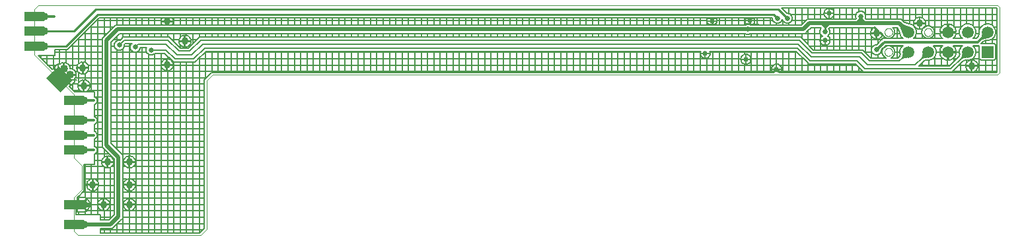
<source format=gbl>
G04 EAGLE Gerber X2 export*
%TF.Part,Single*%
%TF.FileFunction,Other,bottom copper*%
%TF.FilePolarity,Positive*%
%TF.GenerationSoftware,Autodesk,EAGLE,9.6.2*%
%TF.CreationDate,2022-07-13T20:55:59Z*%
G75*
%MOMM*%
%FSLAX34Y34*%
%LPD*%
%INbottom copper*%
%AMOC8*
5,1,8,0,0,1.08239X$1,22.5*%
G01*
%ADD10C,0.000000*%
%ADD11R,2.540000X1.270000*%
%ADD12R,1.270000X2.540000*%
%ADD13R,1.500000X1.500000*%
%ADD14C,1.500000*%
%ADD15C,1.020000*%
%ADD16C,0.304800*%
%ADD17C,0.609600*%
%ADD18C,0.254000*%
%ADD19C,0.935000*%
%ADD20C,0.406400*%
%ADD21C,0.203200*%
%ADD22C,0.680000*%
%ADD23C,0.508000*%


D10*
X0Y232410D02*
X50800Y181610D01*
X50800Y100330D01*
X60960Y90170D01*
X60960Y59690D01*
X50800Y49530D01*
X50800Y6350D01*
X55880Y1270D01*
X213360Y1270D01*
X1236980Y209550D02*
X1236980Y293370D01*
X0Y290830D02*
X0Y232410D01*
X0Y290830D02*
X5080Y295910D01*
X220980Y8890D02*
X213360Y1270D01*
X220980Y8890D02*
X220980Y199390D01*
X228600Y207010D01*
X1234440Y207010D01*
X1234440Y295910D02*
X5080Y295910D01*
X1234440Y207010D02*
X1236980Y209550D01*
X1236980Y293370D02*
X1234440Y295910D01*
D11*
X50800Y173990D03*
X50800Y148590D03*
X50800Y129540D03*
X50800Y110490D03*
X50800Y40640D03*
X50800Y15240D03*
D12*
G36*
X15740Y202610D02*
X24720Y211590D01*
X42680Y193630D01*
X33700Y184650D01*
X15740Y202610D01*
G37*
G36*
X22090Y208960D02*
X31070Y217940D01*
X49030Y199980D01*
X40050Y191000D01*
X22090Y208960D01*
G37*
D13*
X1221740Y236220D03*
D14*
X1221740Y261620D03*
X1196340Y236220D03*
X1196340Y261620D03*
X1170940Y236220D03*
X1170940Y261620D03*
X1120140Y261620D03*
D10*
X1089740Y236220D02*
X1089742Y236361D01*
X1089748Y236502D01*
X1089758Y236642D01*
X1089772Y236782D01*
X1089790Y236922D01*
X1089811Y237061D01*
X1089837Y237200D01*
X1089866Y237338D01*
X1089900Y237474D01*
X1089937Y237610D01*
X1089978Y237745D01*
X1090023Y237879D01*
X1090072Y238011D01*
X1090124Y238142D01*
X1090180Y238271D01*
X1090240Y238398D01*
X1090303Y238524D01*
X1090369Y238648D01*
X1090440Y238771D01*
X1090513Y238891D01*
X1090590Y239009D01*
X1090670Y239125D01*
X1090754Y239238D01*
X1090840Y239349D01*
X1090930Y239458D01*
X1091023Y239564D01*
X1091118Y239667D01*
X1091217Y239768D01*
X1091318Y239866D01*
X1091422Y239961D01*
X1091529Y240053D01*
X1091638Y240142D01*
X1091750Y240227D01*
X1091864Y240310D01*
X1091980Y240390D01*
X1092099Y240466D01*
X1092220Y240538D01*
X1092342Y240608D01*
X1092467Y240673D01*
X1092593Y240736D01*
X1092721Y240794D01*
X1092851Y240849D01*
X1092982Y240901D01*
X1093115Y240948D01*
X1093249Y240992D01*
X1093384Y241033D01*
X1093520Y241069D01*
X1093657Y241101D01*
X1093795Y241130D01*
X1093933Y241155D01*
X1094073Y241175D01*
X1094213Y241192D01*
X1094353Y241205D01*
X1094494Y241214D01*
X1094634Y241219D01*
X1094775Y241220D01*
X1094916Y241217D01*
X1095057Y241210D01*
X1095197Y241199D01*
X1095337Y241184D01*
X1095477Y241165D01*
X1095616Y241143D01*
X1095754Y241116D01*
X1095892Y241086D01*
X1096028Y241051D01*
X1096164Y241013D01*
X1096298Y240971D01*
X1096432Y240925D01*
X1096564Y240876D01*
X1096694Y240822D01*
X1096823Y240765D01*
X1096950Y240705D01*
X1097076Y240641D01*
X1097199Y240573D01*
X1097321Y240502D01*
X1097441Y240428D01*
X1097558Y240350D01*
X1097673Y240269D01*
X1097786Y240185D01*
X1097897Y240098D01*
X1098005Y240007D01*
X1098110Y239914D01*
X1098213Y239817D01*
X1098313Y239718D01*
X1098410Y239616D01*
X1098504Y239511D01*
X1098595Y239404D01*
X1098683Y239294D01*
X1098768Y239182D01*
X1098850Y239067D01*
X1098929Y238950D01*
X1099004Y238831D01*
X1099076Y238710D01*
X1099144Y238587D01*
X1099209Y238462D01*
X1099271Y238335D01*
X1099328Y238206D01*
X1099383Y238076D01*
X1099433Y237945D01*
X1099480Y237812D01*
X1099523Y237678D01*
X1099562Y237542D01*
X1099597Y237406D01*
X1099629Y237269D01*
X1099656Y237131D01*
X1099680Y236992D01*
X1099700Y236852D01*
X1099716Y236712D01*
X1099728Y236572D01*
X1099736Y236431D01*
X1099740Y236290D01*
X1099740Y236150D01*
X1099736Y236009D01*
X1099728Y235868D01*
X1099716Y235728D01*
X1099700Y235588D01*
X1099680Y235448D01*
X1099656Y235309D01*
X1099629Y235171D01*
X1099597Y235034D01*
X1099562Y234898D01*
X1099523Y234762D01*
X1099480Y234628D01*
X1099433Y234495D01*
X1099383Y234364D01*
X1099328Y234234D01*
X1099271Y234105D01*
X1099209Y233978D01*
X1099144Y233853D01*
X1099076Y233730D01*
X1099004Y233609D01*
X1098929Y233490D01*
X1098850Y233373D01*
X1098768Y233258D01*
X1098683Y233146D01*
X1098595Y233036D01*
X1098504Y232929D01*
X1098410Y232824D01*
X1098313Y232722D01*
X1098213Y232623D01*
X1098110Y232526D01*
X1098005Y232433D01*
X1097897Y232342D01*
X1097786Y232255D01*
X1097673Y232171D01*
X1097558Y232090D01*
X1097441Y232012D01*
X1097321Y231938D01*
X1097199Y231867D01*
X1097076Y231799D01*
X1096950Y231735D01*
X1096823Y231675D01*
X1096694Y231618D01*
X1096564Y231564D01*
X1096432Y231515D01*
X1096298Y231469D01*
X1096164Y231427D01*
X1096028Y231389D01*
X1095892Y231354D01*
X1095754Y231324D01*
X1095616Y231297D01*
X1095477Y231275D01*
X1095337Y231256D01*
X1095197Y231241D01*
X1095057Y231230D01*
X1094916Y231223D01*
X1094775Y231220D01*
X1094634Y231221D01*
X1094494Y231226D01*
X1094353Y231235D01*
X1094213Y231248D01*
X1094073Y231265D01*
X1093933Y231285D01*
X1093795Y231310D01*
X1093657Y231339D01*
X1093520Y231371D01*
X1093384Y231407D01*
X1093249Y231448D01*
X1093115Y231492D01*
X1092982Y231539D01*
X1092851Y231591D01*
X1092721Y231646D01*
X1092593Y231704D01*
X1092467Y231767D01*
X1092342Y231832D01*
X1092220Y231902D01*
X1092099Y231974D01*
X1091980Y232050D01*
X1091864Y232130D01*
X1091750Y232213D01*
X1091638Y232298D01*
X1091529Y232387D01*
X1091422Y232479D01*
X1091318Y232574D01*
X1091217Y232672D01*
X1091118Y232773D01*
X1091023Y232876D01*
X1090930Y232982D01*
X1090840Y233091D01*
X1090754Y233202D01*
X1090670Y233315D01*
X1090590Y233431D01*
X1090513Y233549D01*
X1090440Y233669D01*
X1090369Y233792D01*
X1090303Y233916D01*
X1090240Y234042D01*
X1090180Y234169D01*
X1090124Y234298D01*
X1090072Y234429D01*
X1090023Y234561D01*
X1089978Y234695D01*
X1089937Y234830D01*
X1089900Y234966D01*
X1089866Y235102D01*
X1089837Y235240D01*
X1089811Y235379D01*
X1089790Y235518D01*
X1089772Y235658D01*
X1089758Y235798D01*
X1089748Y235938D01*
X1089742Y236079D01*
X1089740Y236220D01*
X1089740Y261620D02*
X1089742Y261761D01*
X1089748Y261902D01*
X1089758Y262042D01*
X1089772Y262182D01*
X1089790Y262322D01*
X1089811Y262461D01*
X1089837Y262600D01*
X1089866Y262738D01*
X1089900Y262874D01*
X1089937Y263010D01*
X1089978Y263145D01*
X1090023Y263279D01*
X1090072Y263411D01*
X1090124Y263542D01*
X1090180Y263671D01*
X1090240Y263798D01*
X1090303Y263924D01*
X1090369Y264048D01*
X1090440Y264171D01*
X1090513Y264291D01*
X1090590Y264409D01*
X1090670Y264525D01*
X1090754Y264638D01*
X1090840Y264749D01*
X1090930Y264858D01*
X1091023Y264964D01*
X1091118Y265067D01*
X1091217Y265168D01*
X1091318Y265266D01*
X1091422Y265361D01*
X1091529Y265453D01*
X1091638Y265542D01*
X1091750Y265627D01*
X1091864Y265710D01*
X1091980Y265790D01*
X1092099Y265866D01*
X1092220Y265938D01*
X1092342Y266008D01*
X1092467Y266073D01*
X1092593Y266136D01*
X1092721Y266194D01*
X1092851Y266249D01*
X1092982Y266301D01*
X1093115Y266348D01*
X1093249Y266392D01*
X1093384Y266433D01*
X1093520Y266469D01*
X1093657Y266501D01*
X1093795Y266530D01*
X1093933Y266555D01*
X1094073Y266575D01*
X1094213Y266592D01*
X1094353Y266605D01*
X1094494Y266614D01*
X1094634Y266619D01*
X1094775Y266620D01*
X1094916Y266617D01*
X1095057Y266610D01*
X1095197Y266599D01*
X1095337Y266584D01*
X1095477Y266565D01*
X1095616Y266543D01*
X1095754Y266516D01*
X1095892Y266486D01*
X1096028Y266451D01*
X1096164Y266413D01*
X1096298Y266371D01*
X1096432Y266325D01*
X1096564Y266276D01*
X1096694Y266222D01*
X1096823Y266165D01*
X1096950Y266105D01*
X1097076Y266041D01*
X1097199Y265973D01*
X1097321Y265902D01*
X1097441Y265828D01*
X1097558Y265750D01*
X1097673Y265669D01*
X1097786Y265585D01*
X1097897Y265498D01*
X1098005Y265407D01*
X1098110Y265314D01*
X1098213Y265217D01*
X1098313Y265118D01*
X1098410Y265016D01*
X1098504Y264911D01*
X1098595Y264804D01*
X1098683Y264694D01*
X1098768Y264582D01*
X1098850Y264467D01*
X1098929Y264350D01*
X1099004Y264231D01*
X1099076Y264110D01*
X1099144Y263987D01*
X1099209Y263862D01*
X1099271Y263735D01*
X1099328Y263606D01*
X1099383Y263476D01*
X1099433Y263345D01*
X1099480Y263212D01*
X1099523Y263078D01*
X1099562Y262942D01*
X1099597Y262806D01*
X1099629Y262669D01*
X1099656Y262531D01*
X1099680Y262392D01*
X1099700Y262252D01*
X1099716Y262112D01*
X1099728Y261972D01*
X1099736Y261831D01*
X1099740Y261690D01*
X1099740Y261550D01*
X1099736Y261409D01*
X1099728Y261268D01*
X1099716Y261128D01*
X1099700Y260988D01*
X1099680Y260848D01*
X1099656Y260709D01*
X1099629Y260571D01*
X1099597Y260434D01*
X1099562Y260298D01*
X1099523Y260162D01*
X1099480Y260028D01*
X1099433Y259895D01*
X1099383Y259764D01*
X1099328Y259634D01*
X1099271Y259505D01*
X1099209Y259378D01*
X1099144Y259253D01*
X1099076Y259130D01*
X1099004Y259009D01*
X1098929Y258890D01*
X1098850Y258773D01*
X1098768Y258658D01*
X1098683Y258546D01*
X1098595Y258436D01*
X1098504Y258329D01*
X1098410Y258224D01*
X1098313Y258122D01*
X1098213Y258023D01*
X1098110Y257926D01*
X1098005Y257833D01*
X1097897Y257742D01*
X1097786Y257655D01*
X1097673Y257571D01*
X1097558Y257490D01*
X1097441Y257412D01*
X1097321Y257338D01*
X1097199Y257267D01*
X1097076Y257199D01*
X1096950Y257135D01*
X1096823Y257075D01*
X1096694Y257018D01*
X1096564Y256964D01*
X1096432Y256915D01*
X1096298Y256869D01*
X1096164Y256827D01*
X1096028Y256789D01*
X1095892Y256754D01*
X1095754Y256724D01*
X1095616Y256697D01*
X1095477Y256675D01*
X1095337Y256656D01*
X1095197Y256641D01*
X1095057Y256630D01*
X1094916Y256623D01*
X1094775Y256620D01*
X1094634Y256621D01*
X1094494Y256626D01*
X1094353Y256635D01*
X1094213Y256648D01*
X1094073Y256665D01*
X1093933Y256685D01*
X1093795Y256710D01*
X1093657Y256739D01*
X1093520Y256771D01*
X1093384Y256807D01*
X1093249Y256848D01*
X1093115Y256892D01*
X1092982Y256939D01*
X1092851Y256991D01*
X1092721Y257046D01*
X1092593Y257104D01*
X1092467Y257167D01*
X1092342Y257232D01*
X1092220Y257302D01*
X1092099Y257374D01*
X1091980Y257450D01*
X1091864Y257530D01*
X1091750Y257613D01*
X1091638Y257698D01*
X1091529Y257787D01*
X1091422Y257879D01*
X1091318Y257974D01*
X1091217Y258072D01*
X1091118Y258173D01*
X1091023Y258276D01*
X1090930Y258382D01*
X1090840Y258491D01*
X1090754Y258602D01*
X1090670Y258715D01*
X1090590Y258831D01*
X1090513Y258949D01*
X1090440Y259069D01*
X1090369Y259192D01*
X1090303Y259316D01*
X1090240Y259442D01*
X1090180Y259569D01*
X1090124Y259698D01*
X1090072Y259829D01*
X1090023Y259961D01*
X1089978Y260095D01*
X1089937Y260230D01*
X1089900Y260366D01*
X1089866Y260502D01*
X1089837Y260640D01*
X1089811Y260779D01*
X1089790Y260918D01*
X1089772Y261058D01*
X1089758Y261198D01*
X1089748Y261338D01*
X1089742Y261479D01*
X1089740Y261620D01*
D14*
X1145540Y236220D03*
D10*
X1140540Y261620D02*
X1140542Y261761D01*
X1140548Y261902D01*
X1140558Y262042D01*
X1140572Y262182D01*
X1140590Y262322D01*
X1140611Y262461D01*
X1140637Y262600D01*
X1140666Y262738D01*
X1140700Y262874D01*
X1140737Y263010D01*
X1140778Y263145D01*
X1140823Y263279D01*
X1140872Y263411D01*
X1140924Y263542D01*
X1140980Y263671D01*
X1141040Y263798D01*
X1141103Y263924D01*
X1141169Y264048D01*
X1141240Y264171D01*
X1141313Y264291D01*
X1141390Y264409D01*
X1141470Y264525D01*
X1141554Y264638D01*
X1141640Y264749D01*
X1141730Y264858D01*
X1141823Y264964D01*
X1141918Y265067D01*
X1142017Y265168D01*
X1142118Y265266D01*
X1142222Y265361D01*
X1142329Y265453D01*
X1142438Y265542D01*
X1142550Y265627D01*
X1142664Y265710D01*
X1142780Y265790D01*
X1142899Y265866D01*
X1143020Y265938D01*
X1143142Y266008D01*
X1143267Y266073D01*
X1143393Y266136D01*
X1143521Y266194D01*
X1143651Y266249D01*
X1143782Y266301D01*
X1143915Y266348D01*
X1144049Y266392D01*
X1144184Y266433D01*
X1144320Y266469D01*
X1144457Y266501D01*
X1144595Y266530D01*
X1144733Y266555D01*
X1144873Y266575D01*
X1145013Y266592D01*
X1145153Y266605D01*
X1145294Y266614D01*
X1145434Y266619D01*
X1145575Y266620D01*
X1145716Y266617D01*
X1145857Y266610D01*
X1145997Y266599D01*
X1146137Y266584D01*
X1146277Y266565D01*
X1146416Y266543D01*
X1146554Y266516D01*
X1146692Y266486D01*
X1146828Y266451D01*
X1146964Y266413D01*
X1147098Y266371D01*
X1147232Y266325D01*
X1147364Y266276D01*
X1147494Y266222D01*
X1147623Y266165D01*
X1147750Y266105D01*
X1147876Y266041D01*
X1147999Y265973D01*
X1148121Y265902D01*
X1148241Y265828D01*
X1148358Y265750D01*
X1148473Y265669D01*
X1148586Y265585D01*
X1148697Y265498D01*
X1148805Y265407D01*
X1148910Y265314D01*
X1149013Y265217D01*
X1149113Y265118D01*
X1149210Y265016D01*
X1149304Y264911D01*
X1149395Y264804D01*
X1149483Y264694D01*
X1149568Y264582D01*
X1149650Y264467D01*
X1149729Y264350D01*
X1149804Y264231D01*
X1149876Y264110D01*
X1149944Y263987D01*
X1150009Y263862D01*
X1150071Y263735D01*
X1150128Y263606D01*
X1150183Y263476D01*
X1150233Y263345D01*
X1150280Y263212D01*
X1150323Y263078D01*
X1150362Y262942D01*
X1150397Y262806D01*
X1150429Y262669D01*
X1150456Y262531D01*
X1150480Y262392D01*
X1150500Y262252D01*
X1150516Y262112D01*
X1150528Y261972D01*
X1150536Y261831D01*
X1150540Y261690D01*
X1150540Y261550D01*
X1150536Y261409D01*
X1150528Y261268D01*
X1150516Y261128D01*
X1150500Y260988D01*
X1150480Y260848D01*
X1150456Y260709D01*
X1150429Y260571D01*
X1150397Y260434D01*
X1150362Y260298D01*
X1150323Y260162D01*
X1150280Y260028D01*
X1150233Y259895D01*
X1150183Y259764D01*
X1150128Y259634D01*
X1150071Y259505D01*
X1150009Y259378D01*
X1149944Y259253D01*
X1149876Y259130D01*
X1149804Y259009D01*
X1149729Y258890D01*
X1149650Y258773D01*
X1149568Y258658D01*
X1149483Y258546D01*
X1149395Y258436D01*
X1149304Y258329D01*
X1149210Y258224D01*
X1149113Y258122D01*
X1149013Y258023D01*
X1148910Y257926D01*
X1148805Y257833D01*
X1148697Y257742D01*
X1148586Y257655D01*
X1148473Y257571D01*
X1148358Y257490D01*
X1148241Y257412D01*
X1148121Y257338D01*
X1147999Y257267D01*
X1147876Y257199D01*
X1147750Y257135D01*
X1147623Y257075D01*
X1147494Y257018D01*
X1147364Y256964D01*
X1147232Y256915D01*
X1147098Y256869D01*
X1146964Y256827D01*
X1146828Y256789D01*
X1146692Y256754D01*
X1146554Y256724D01*
X1146416Y256697D01*
X1146277Y256675D01*
X1146137Y256656D01*
X1145997Y256641D01*
X1145857Y256630D01*
X1145716Y256623D01*
X1145575Y256620D01*
X1145434Y256621D01*
X1145294Y256626D01*
X1145153Y256635D01*
X1145013Y256648D01*
X1144873Y256665D01*
X1144733Y256685D01*
X1144595Y256710D01*
X1144457Y256739D01*
X1144320Y256771D01*
X1144184Y256807D01*
X1144049Y256848D01*
X1143915Y256892D01*
X1143782Y256939D01*
X1143651Y256991D01*
X1143521Y257046D01*
X1143393Y257104D01*
X1143267Y257167D01*
X1143142Y257232D01*
X1143020Y257302D01*
X1142899Y257374D01*
X1142780Y257450D01*
X1142664Y257530D01*
X1142550Y257613D01*
X1142438Y257698D01*
X1142329Y257787D01*
X1142222Y257879D01*
X1142118Y257974D01*
X1142017Y258072D01*
X1141918Y258173D01*
X1141823Y258276D01*
X1141730Y258382D01*
X1141640Y258491D01*
X1141554Y258602D01*
X1141470Y258715D01*
X1141390Y258831D01*
X1141313Y258949D01*
X1141240Y259069D01*
X1141169Y259192D01*
X1141103Y259316D01*
X1141040Y259442D01*
X1140980Y259569D01*
X1140924Y259698D01*
X1140872Y259829D01*
X1140823Y259961D01*
X1140778Y260095D01*
X1140737Y260230D01*
X1140700Y260366D01*
X1140666Y260502D01*
X1140637Y260640D01*
X1140611Y260779D01*
X1140590Y260918D01*
X1140572Y261058D01*
X1140558Y261198D01*
X1140548Y261338D01*
X1140542Y261479D01*
X1140540Y261620D01*
D14*
X1120140Y236220D03*
D11*
X0Y281940D03*
X0Y262890D03*
X0Y243840D03*
D15*
X50800Y40640D03*
X63500Y40640D03*
X45720Y207010D03*
X35560Y196850D03*
D16*
X55880Y40640D02*
X63500Y40640D01*
X55880Y40640D02*
X55880Y49530D01*
X57150Y50800D01*
X55880Y40640D02*
X54610Y39370D01*
X54610Y31750D01*
D17*
X63500Y40640D02*
X69850Y40640D01*
D18*
X63500Y44450D02*
X67310Y48260D01*
X63500Y44450D02*
X63500Y40640D01*
X63500Y36830D01*
X67310Y33020D01*
D19*
X74930Y66040D03*
X88900Y40640D03*
X62230Y215900D03*
X63500Y193040D03*
D20*
X45720Y207010D02*
X39370Y200660D01*
D21*
X26670Y213360D02*
X26670Y218440D01*
X26670Y213360D02*
X30480Y209550D01*
X35560Y204470D01*
X39370Y200660D02*
X54610Y200660D01*
X39370Y200660D02*
X35560Y204470D01*
X35560Y215900D01*
X36830Y217170D01*
X35560Y204470D02*
X48260Y204470D01*
X30480Y209550D02*
X30480Y220980D01*
D20*
X29210Y198120D02*
X34290Y198120D01*
X35560Y196850D01*
D15*
X27940Y204470D03*
X38100Y214630D03*
D22*
X916940Y276450D03*
X911860Y226990D03*
D21*
X163364Y279233D02*
X162785Y277833D01*
X162489Y276348D01*
X162489Y275949D01*
X169821Y275949D01*
X169821Y275231D01*
X162489Y275231D01*
X162489Y274832D01*
X162785Y273347D01*
X163364Y271947D01*
X164006Y270986D01*
X104379Y270986D01*
X90409Y257016D01*
X87154Y253761D01*
X87154Y114539D01*
X102394Y99299D01*
X102394Y27701D01*
X95489Y20796D01*
X84836Y20796D01*
X84836Y27091D01*
X84241Y27686D01*
X53816Y27686D01*
X53816Y31274D01*
X63897Y31274D01*
X64664Y31480D01*
X65352Y31877D01*
X65913Y32438D01*
X66230Y32986D01*
X67344Y33448D01*
X68674Y34336D01*
X69804Y35466D01*
X70692Y36796D01*
X71304Y38273D01*
X71616Y39841D01*
X71616Y40156D01*
X63984Y40156D01*
X63984Y41124D01*
X71616Y41124D01*
X71616Y41439D01*
X71304Y43007D01*
X70692Y44484D01*
X69804Y45814D01*
X68674Y46944D01*
X67344Y47832D01*
X66230Y48294D01*
X65913Y48842D01*
X65352Y49403D01*
X64664Y49800D01*
X63897Y50006D01*
X55541Y50006D01*
X63976Y58441D01*
X63976Y91419D01*
X63701Y91694D01*
X76621Y91694D01*
X77216Y92289D01*
X77216Y105950D01*
X78081Y105950D01*
X80740Y108609D01*
X80740Y112371D01*
X78081Y115030D01*
X77216Y115030D01*
X77216Y125000D01*
X78081Y125000D01*
X80740Y127659D01*
X80740Y131421D01*
X78081Y134080D01*
X77216Y134080D01*
X77216Y144050D01*
X78081Y144050D01*
X80740Y146709D01*
X80740Y150471D01*
X78081Y153130D01*
X77216Y153130D01*
X77216Y169450D01*
X78081Y169450D01*
X80740Y172109D01*
X80740Y175871D01*
X78081Y178530D01*
X77216Y178530D01*
X77216Y184571D01*
X76621Y185166D01*
X51509Y185166D01*
X44995Y191680D01*
X45094Y191778D01*
X45094Y191778D01*
X45954Y192639D01*
X45625Y192968D01*
X45696Y193233D01*
X45696Y194027D01*
X45491Y194794D01*
X45094Y195482D01*
X43241Y197334D01*
X43676Y197334D01*
X43676Y197649D01*
X43641Y197826D01*
X47391Y194076D01*
X51444Y198128D01*
X51841Y198816D01*
X52046Y199583D01*
X52046Y200377D01*
X51841Y201144D01*
X51654Y201467D01*
X52024Y201836D01*
X52912Y203166D01*
X53524Y204643D01*
X53836Y206211D01*
X53836Y206526D01*
X46750Y206526D01*
X46204Y207071D01*
X46204Y207494D01*
X53836Y207494D01*
X53836Y207809D01*
X53524Y209377D01*
X52912Y210854D01*
X52024Y212184D01*
X50894Y213314D01*
X49564Y214202D01*
X48087Y214814D01*
X46519Y215126D01*
X46216Y215126D01*
X46216Y215429D01*
X45904Y216997D01*
X45292Y218474D01*
X44404Y219804D01*
X43274Y220934D01*
X41944Y221822D01*
X40467Y222434D01*
X38899Y222746D01*
X38584Y222746D01*
X38584Y215114D01*
X38161Y215114D01*
X37616Y215660D01*
X37616Y222746D01*
X37301Y222746D01*
X35733Y222434D01*
X34256Y221822D01*
X32926Y220934D01*
X32557Y220564D01*
X32234Y220751D01*
X31467Y220956D01*
X30673Y220956D01*
X29906Y220751D01*
X29218Y220354D01*
X25166Y216301D01*
X28916Y212551D01*
X28739Y212586D01*
X28424Y212586D01*
X28424Y212151D01*
X26572Y214004D01*
X25884Y214401D01*
X25117Y214606D01*
X24323Y214606D01*
X24058Y214535D01*
X23729Y214864D01*
X22868Y214004D01*
X22868Y214004D01*
X22770Y213905D01*
X5281Y231394D01*
X25821Y231394D01*
X26416Y231989D01*
X26416Y239554D01*
X42415Y239554D01*
X83055Y280194D01*
X164006Y280194D01*
X163364Y279233D01*
X94339Y102941D02*
X94339Y95609D01*
X93621Y95609D01*
X93621Y102941D01*
X93222Y102941D01*
X91737Y102645D01*
X90337Y102066D01*
X89077Y101224D01*
X88006Y100153D01*
X87164Y98893D01*
X86585Y97493D01*
X86289Y96008D01*
X86289Y95609D01*
X93621Y95609D01*
X93621Y94891D01*
X86289Y94891D01*
X86289Y94492D01*
X86585Y93007D01*
X87164Y91607D01*
X88006Y90347D01*
X89077Y89276D01*
X90337Y88434D01*
X91737Y87855D01*
X93222Y87559D01*
X93621Y87559D01*
X93621Y94891D01*
X94339Y94891D01*
X94339Y87559D01*
X94738Y87559D01*
X96223Y87855D01*
X97623Y88434D01*
X98883Y89276D01*
X99954Y90347D01*
X100796Y91607D01*
X101375Y93007D01*
X101671Y94492D01*
X101671Y94891D01*
X94339Y94891D01*
X94339Y95609D01*
X101671Y95609D01*
X101671Y96008D01*
X101375Y97493D01*
X100796Y98893D01*
X99954Y100153D01*
X98883Y101224D01*
X97623Y102066D01*
X96223Y102645D01*
X94738Y102941D01*
X94339Y102941D01*
X62589Y216259D02*
X62589Y223591D01*
X62589Y216259D02*
X61871Y216259D01*
X61871Y223591D01*
X61472Y223591D01*
X59987Y223295D01*
X58587Y222716D01*
X57327Y221874D01*
X56256Y220803D01*
X55414Y219543D01*
X54835Y218143D01*
X54539Y216658D01*
X54539Y216259D01*
X61871Y216259D01*
X61871Y215541D01*
X54539Y215541D01*
X54539Y215142D01*
X54835Y213657D01*
X55414Y212257D01*
X56256Y210997D01*
X57327Y209926D01*
X58587Y209084D01*
X59987Y208505D01*
X61472Y208209D01*
X61871Y208209D01*
X61871Y215541D01*
X62589Y215541D01*
X62589Y208209D01*
X62988Y208209D01*
X64473Y208505D01*
X65873Y209084D01*
X67133Y209926D01*
X68204Y210997D01*
X69046Y212257D01*
X69625Y213657D01*
X69921Y215142D01*
X69921Y215541D01*
X62589Y215541D01*
X62589Y216259D01*
X69921Y216259D01*
X69921Y216658D01*
X69625Y218143D01*
X69046Y219543D01*
X68204Y220803D01*
X67133Y221874D01*
X65873Y222716D01*
X64473Y223295D01*
X62988Y223591D01*
X62589Y223591D01*
X75289Y73731D02*
X75289Y66399D01*
X74571Y66399D01*
X74571Y73731D01*
X74172Y73731D01*
X72687Y73435D01*
X71287Y72856D01*
X70027Y72014D01*
X68956Y70943D01*
X68114Y69683D01*
X67535Y68283D01*
X67239Y66798D01*
X67239Y66399D01*
X74571Y66399D01*
X74571Y65681D01*
X67239Y65681D01*
X67239Y65282D01*
X67535Y63797D01*
X68114Y62397D01*
X68956Y61137D01*
X70027Y60066D01*
X71287Y59224D01*
X72687Y58645D01*
X74172Y58349D01*
X74571Y58349D01*
X74571Y65681D01*
X75289Y65681D01*
X75289Y58349D01*
X75688Y58349D01*
X77173Y58645D01*
X78573Y59224D01*
X79833Y60066D01*
X80904Y61137D01*
X81746Y62397D01*
X82325Y63797D01*
X82621Y65282D01*
X82621Y65681D01*
X75289Y65681D01*
X75289Y66399D01*
X82621Y66399D01*
X82621Y66798D01*
X82325Y68283D01*
X81746Y69683D01*
X80904Y70943D01*
X79833Y72014D01*
X78573Y72856D01*
X77173Y73435D01*
X75688Y73731D01*
X75289Y73731D01*
X89259Y48331D02*
X89259Y40999D01*
X88541Y40999D01*
X88541Y48331D01*
X88142Y48331D01*
X86657Y48035D01*
X85257Y47456D01*
X83997Y46614D01*
X82926Y45543D01*
X82084Y44283D01*
X81505Y42883D01*
X81209Y41398D01*
X81209Y40999D01*
X88541Y40999D01*
X88541Y40281D01*
X81209Y40281D01*
X81209Y39882D01*
X81505Y38397D01*
X82084Y36997D01*
X82926Y35737D01*
X83997Y34666D01*
X85257Y33824D01*
X86657Y33245D01*
X88142Y32949D01*
X88541Y32949D01*
X88541Y40281D01*
X89259Y40281D01*
X89259Y32949D01*
X89658Y32949D01*
X91143Y33245D01*
X92543Y33824D01*
X93803Y34666D01*
X94874Y35737D01*
X95716Y36997D01*
X96295Y38397D01*
X96591Y39882D01*
X96591Y40281D01*
X89259Y40281D01*
X89259Y40999D01*
X96591Y40999D01*
X96591Y41398D01*
X96295Y42883D01*
X95716Y44283D01*
X94874Y45543D01*
X93803Y46614D01*
X92543Y47456D01*
X91143Y48035D01*
X89658Y48331D01*
X89259Y48331D01*
X63859Y193399D02*
X63859Y200731D01*
X63859Y193399D02*
X63141Y193399D01*
X63141Y200731D01*
X62742Y200731D01*
X61257Y200435D01*
X59857Y199856D01*
X58597Y199014D01*
X57526Y197943D01*
X56684Y196683D01*
X56105Y195283D01*
X55809Y193798D01*
X55809Y193399D01*
X63141Y193399D01*
X63141Y192681D01*
X55809Y192681D01*
X55809Y192282D01*
X56105Y190797D01*
X56684Y189397D01*
X57526Y188137D01*
X58597Y187066D01*
X59857Y186224D01*
X61257Y185645D01*
X62742Y185349D01*
X63141Y185349D01*
X63141Y192681D01*
X63859Y192681D01*
X63859Y185349D01*
X64258Y185349D01*
X65743Y185645D01*
X67143Y186224D01*
X68403Y187066D01*
X69474Y188137D01*
X70316Y189397D01*
X70895Y190797D01*
X71191Y192282D01*
X71191Y192681D01*
X63859Y192681D01*
X63859Y193399D01*
X71191Y193399D01*
X71191Y193798D01*
X70895Y195283D01*
X70316Y196683D01*
X69474Y197943D01*
X68403Y199014D01*
X67143Y199856D01*
X65743Y200435D01*
X64258Y200731D01*
X63859Y200731D01*
X169821Y275949D02*
X170539Y275949D01*
X169821Y275949D02*
X169821Y280194D01*
X170539Y280194D01*
X170539Y275949D01*
X862257Y278067D02*
X862740Y279235D01*
X862257Y278067D02*
X862010Y276828D01*
X862010Y276196D01*
X868426Y276196D01*
X868426Y276196D01*
X862010Y276196D01*
X862010Y275564D01*
X862257Y274325D01*
X862740Y273157D01*
X863442Y272106D01*
X864336Y271212D01*
X864675Y270986D01*
X176354Y270986D01*
X176996Y271947D01*
X177575Y273347D01*
X177871Y274832D01*
X177871Y275231D01*
X170539Y275231D01*
X170539Y275949D01*
X177871Y275949D01*
X177871Y276348D01*
X177575Y277833D01*
X176996Y279233D01*
X176354Y280194D01*
X863381Y280194D01*
X862740Y279235D01*
X868426Y276196D02*
X868426Y276196D01*
X868426Y280194D01*
X868426Y280194D01*
X868426Y276196D01*
X910771Y278321D02*
X911254Y279489D01*
X910771Y278321D02*
X910524Y277082D01*
X910524Y276450D01*
X916940Y276450D01*
X916940Y276450D01*
X910524Y276450D01*
X910524Y275818D01*
X910771Y274579D01*
X911254Y273411D01*
X911956Y272360D01*
X912662Y271655D01*
X911048Y270986D01*
X872177Y270986D01*
X872516Y271212D01*
X873410Y272106D01*
X874112Y273157D01*
X874595Y274325D01*
X874842Y275564D01*
X874842Y276196D01*
X868426Y276196D01*
X868426Y276196D01*
X874842Y276196D01*
X874842Y276828D01*
X874595Y278067D01*
X874112Y279235D01*
X873471Y280194D01*
X911725Y280194D01*
X911254Y279489D01*
X1086724Y260709D02*
X1086724Y260026D01*
X1086738Y259991D01*
X1079859Y259991D01*
X1079859Y260709D01*
X1086724Y260709D01*
X1102756Y237814D02*
X1102756Y234626D01*
X1102756Y237814D02*
X1101536Y240761D01*
X1099281Y243016D01*
X1096334Y244236D01*
X1093146Y244236D01*
X1090199Y243016D01*
X1087944Y240761D01*
X1086724Y237814D01*
X1086724Y234626D01*
X1087944Y231679D01*
X1090199Y229424D01*
X1091654Y228822D01*
X1072280Y228822D01*
X1062120Y238982D01*
X998620Y238982D01*
X984472Y253130D01*
X982110Y255492D01*
X211690Y255492D01*
X197720Y241522D01*
X187090Y241522D01*
X175482Y253130D01*
X173120Y255492D01*
X113900Y255492D01*
X111538Y253130D01*
X109934Y251526D01*
X107944Y251526D01*
X105586Y250549D01*
X103781Y248744D01*
X102804Y246386D01*
X102804Y243834D01*
X103781Y241476D01*
X105586Y239671D01*
X107944Y238694D01*
X110496Y238694D01*
X112854Y239671D01*
X114659Y241476D01*
X115636Y243834D01*
X115636Y245824D01*
X117240Y247428D01*
X125324Y247428D01*
X124101Y246204D01*
X123124Y243846D01*
X123124Y241294D01*
X124101Y238936D01*
X125906Y237131D01*
X128264Y236154D01*
X130816Y236154D01*
X133174Y237131D01*
X134979Y238936D01*
X135956Y241294D01*
X135956Y242348D01*
X144402Y242348D01*
X143444Y240036D01*
X143444Y237484D01*
X144421Y235126D01*
X146226Y233321D01*
X148584Y232344D01*
X151136Y232344D01*
X153494Y233321D01*
X154902Y234728D01*
X167240Y234728D01*
X176308Y225660D01*
X178670Y223298D01*
X206140Y223298D01*
X208502Y225660D01*
X220110Y237268D01*
X853946Y237268D01*
X853621Y236481D01*
X853374Y235242D01*
X853374Y234610D01*
X859790Y234610D01*
X859790Y234610D01*
X853374Y234610D01*
X853374Y233978D01*
X853621Y232739D01*
X854104Y231571D01*
X854806Y230520D01*
X855700Y229626D01*
X856751Y228924D01*
X857919Y228441D01*
X859158Y228194D01*
X859790Y228194D01*
X859790Y234610D01*
X859790Y234610D01*
X859790Y228194D01*
X860422Y228194D01*
X861661Y228441D01*
X862829Y228924D01*
X863880Y229626D01*
X864774Y230520D01*
X865476Y231571D01*
X865959Y232739D01*
X866206Y233978D01*
X866206Y234610D01*
X859790Y234610D01*
X859790Y234610D01*
X866206Y234610D01*
X866206Y235242D01*
X865959Y236481D01*
X865634Y237268D01*
X976230Y237268D01*
X990378Y223120D01*
X990378Y223120D01*
X992740Y220758D01*
X1052430Y220758D01*
X1062590Y210598D01*
X1176420Y210598D01*
X1190741Y224919D01*
X1194275Y225704D01*
X1198432Y225704D01*
X1202297Y227305D01*
X1202530Y227539D01*
X1202655Y227566D01*
X1202824Y227833D01*
X1205255Y230263D01*
X1206856Y234128D01*
X1206856Y238312D01*
X1205255Y242177D01*
X1203052Y244380D01*
X1210921Y244380D01*
X1211224Y244684D01*
X1211224Y227471D01*
X1212991Y225704D01*
X1230489Y225704D01*
X1232256Y227471D01*
X1232256Y244969D01*
X1230489Y246736D01*
X1213276Y246736D01*
X1213580Y247039D01*
X1216790Y250250D01*
X1220208Y251104D01*
X1223832Y251104D01*
X1227697Y252705D01*
X1230655Y255663D01*
X1232256Y259528D01*
X1232256Y263712D01*
X1230655Y267577D01*
X1227697Y270535D01*
X1223832Y272136D01*
X1219648Y272136D01*
X1215783Y270535D01*
X1212825Y267577D01*
X1211224Y263712D01*
X1211224Y260088D01*
X1210370Y256670D01*
X1207159Y253460D01*
X1203052Y253460D01*
X1205255Y255663D01*
X1206856Y259528D01*
X1206856Y263712D01*
X1205255Y267577D01*
X1202297Y270535D01*
X1198432Y272136D01*
X1194248Y272136D01*
X1190383Y270535D01*
X1187425Y267577D01*
X1185824Y263712D01*
X1185824Y259528D01*
X1187425Y255663D01*
X1189628Y253460D01*
X1177600Y253460D01*
X1177791Y253599D01*
X1178961Y254769D01*
X1179934Y256108D01*
X1180686Y257583D01*
X1181197Y259157D01*
X1181426Y260604D01*
X1171956Y260604D01*
X1171956Y262636D01*
X1181426Y262636D01*
X1181197Y264083D01*
X1180686Y265657D01*
X1179934Y267132D01*
X1178961Y268471D01*
X1177791Y269641D01*
X1176452Y270614D01*
X1174977Y271366D01*
X1173403Y271877D01*
X1171956Y272106D01*
X1171956Y262636D01*
X1169924Y262636D01*
X1169924Y272106D01*
X1168477Y271877D01*
X1166903Y271366D01*
X1165428Y270614D01*
X1164089Y269641D01*
X1162919Y268471D01*
X1161946Y267132D01*
X1161194Y265657D01*
X1160683Y264083D01*
X1160454Y262636D01*
X1169924Y262636D01*
X1169924Y260604D01*
X1160454Y260604D01*
X1160683Y259157D01*
X1161194Y257583D01*
X1161946Y256108D01*
X1162919Y254769D01*
X1164089Y253599D01*
X1164280Y253460D01*
X1126852Y253460D01*
X1129055Y255663D01*
X1130656Y259528D01*
X1130656Y263712D01*
X1129055Y267577D01*
X1126097Y270535D01*
X1122232Y272136D01*
X1120729Y272136D01*
X1115858Y273760D01*
X1115536Y274081D01*
X1114266Y275351D01*
X1111011Y278606D01*
X1066141Y278606D01*
X1065138Y279609D01*
X1065596Y280716D01*
X1065596Y283268D01*
X1064619Y285626D01*
X1062814Y287431D01*
X1060456Y288408D01*
X1057904Y288408D01*
X1055546Y287431D01*
X1053741Y285626D01*
X1052764Y283268D01*
X1052764Y280716D01*
X1053222Y279609D01*
X1052219Y278606D01*
X990839Y278606D01*
X983219Y270986D01*
X920311Y270986D01*
X921030Y271466D01*
X921924Y272360D01*
X922626Y273411D01*
X923109Y274579D01*
X923356Y275818D01*
X923356Y276450D01*
X916940Y276450D01*
X916940Y276450D01*
X923356Y276450D01*
X923356Y277082D01*
X923109Y278321D01*
X922626Y279489D01*
X922155Y280194D01*
X945645Y280194D01*
X946084Y279755D01*
X946084Y278124D01*
X947061Y275766D01*
X948866Y273961D01*
X951224Y272984D01*
X953776Y272984D01*
X956134Y273961D01*
X957939Y275766D01*
X958850Y277965D01*
X959761Y275766D01*
X961566Y273961D01*
X963924Y272984D01*
X966476Y272984D01*
X968834Y273961D01*
X970639Y275766D01*
X971616Y278124D01*
X971616Y280676D01*
X970639Y283034D01*
X968834Y284839D01*
X966476Y285816D01*
X964845Y285816D01*
X958056Y292605D01*
X958056Y292605D01*
X957767Y292894D01*
X1233191Y292894D01*
X1233964Y292121D01*
X1233964Y210799D01*
X1233191Y210026D01*
X956040Y210026D01*
X956214Y210200D01*
X956916Y211251D01*
X957399Y212419D01*
X957646Y213658D01*
X957646Y214290D01*
X951230Y214290D01*
X951230Y214290D01*
X957646Y214290D01*
X957646Y214922D01*
X957399Y216161D01*
X956916Y217329D01*
X956214Y218380D01*
X955320Y219274D01*
X954269Y219976D01*
X953101Y220459D01*
X951862Y220706D01*
X951230Y220706D01*
X951230Y214290D01*
X951230Y214290D01*
X951230Y220706D01*
X950598Y220706D01*
X949359Y220459D01*
X948191Y219976D01*
X947140Y219274D01*
X946246Y218380D01*
X945544Y217329D01*
X945061Y216161D01*
X944814Y214922D01*
X944814Y214290D01*
X951230Y214290D01*
X951230Y214290D01*
X944814Y214290D01*
X944814Y213658D01*
X945061Y212419D01*
X945544Y211251D01*
X946246Y210200D01*
X946420Y210026D01*
X227351Y210026D01*
X225584Y208259D01*
X217964Y200639D01*
X217964Y10139D01*
X212111Y4286D01*
X84836Y4286D01*
X84836Y9684D01*
X100091Y9684D01*
X110251Y19844D01*
X110251Y19844D01*
X113506Y23099D01*
X113506Y103901D01*
X110251Y107156D01*
X98266Y119141D01*
X98266Y249159D01*
X108981Y259874D01*
X911048Y259874D01*
X913124Y259014D01*
X915676Y259014D01*
X917752Y259874D01*
X987821Y259874D01*
X991076Y263129D01*
X995441Y267494D01*
X1007875Y267494D01*
X1008788Y266581D01*
X1008021Y265814D01*
X1007044Y263456D01*
X1007044Y260904D01*
X1008021Y258546D01*
X1009821Y256745D01*
X1009370Y256444D01*
X1008476Y255550D01*
X1007774Y254499D01*
X1007291Y253331D01*
X1007044Y252092D01*
X1007044Y251460D01*
X1013460Y251460D01*
X1013460Y251460D01*
X1007044Y251460D01*
X1007044Y250828D01*
X1007291Y249589D01*
X1007774Y248421D01*
X1008476Y247370D01*
X1009370Y246476D01*
X1010421Y245774D01*
X1011589Y245291D01*
X1012828Y245044D01*
X1013460Y245044D01*
X1013460Y251460D01*
X1013460Y251460D01*
X1013460Y245044D01*
X1014092Y245044D01*
X1015331Y245291D01*
X1016499Y245774D01*
X1017550Y246476D01*
X1018444Y247370D01*
X1019146Y248421D01*
X1019629Y249589D01*
X1019876Y250828D01*
X1019876Y251460D01*
X1013460Y251460D01*
X1013460Y251460D01*
X1019876Y251460D01*
X1019876Y252092D01*
X1019629Y253331D01*
X1019146Y254499D01*
X1018444Y255550D01*
X1017550Y256444D01*
X1017099Y256745D01*
X1018899Y258546D01*
X1019876Y260904D01*
X1019876Y263456D01*
X1018899Y265814D01*
X1018132Y266581D01*
X1019045Y267494D01*
X1076650Y267494D01*
X1075857Y267166D01*
X1074597Y266324D01*
X1073526Y265253D01*
X1072684Y263993D01*
X1072105Y262593D01*
X1071809Y261108D01*
X1071809Y260709D01*
X1079141Y260709D01*
X1079141Y259991D01*
X1071809Y259991D01*
X1071809Y259592D01*
X1072105Y258107D01*
X1072684Y256707D01*
X1073526Y255447D01*
X1074597Y254376D01*
X1075857Y253534D01*
X1077257Y252955D01*
X1078742Y252659D01*
X1079141Y252659D01*
X1079141Y259991D01*
X1079859Y259991D01*
X1079859Y252659D01*
X1080258Y252659D01*
X1081743Y252955D01*
X1083143Y253534D01*
X1084403Y254376D01*
X1085474Y255447D01*
X1086316Y256707D01*
X1086895Y258107D01*
X1087098Y259123D01*
X1087944Y257079D01*
X1090199Y254824D01*
X1093146Y253604D01*
X1096334Y253604D01*
X1099281Y254824D01*
X1101536Y257079D01*
X1102756Y260026D01*
X1102756Y263214D01*
X1101536Y266161D01*
X1100202Y267494D01*
X1106409Y267494D01*
X1107069Y266834D01*
X1109624Y260446D01*
X1109624Y259528D01*
X1111225Y255663D01*
X1113428Y253460D01*
X1087525Y253460D01*
X1079495Y245430D01*
X1078224Y245430D01*
X1075866Y244453D01*
X1074061Y242648D01*
X1073084Y240290D01*
X1073084Y237738D01*
X1074061Y235380D01*
X1075866Y233575D01*
X1078224Y232598D01*
X1080776Y232598D01*
X1083134Y233575D01*
X1084939Y235380D01*
X1085916Y237738D01*
X1085916Y239009D01*
X1091287Y244380D01*
X1113428Y244380D01*
X1111225Y242177D01*
X1109624Y238312D01*
X1109624Y234128D01*
X1109700Y233945D01*
X1108879Y230661D01*
X1107040Y228822D01*
X1097826Y228822D01*
X1099281Y229424D01*
X1101536Y231679D01*
X1102756Y234626D01*
X1134977Y273409D02*
X1134977Y280741D01*
X1134977Y273409D02*
X1134259Y273409D01*
X1134259Y280741D01*
X1133860Y280741D01*
X1132375Y280445D01*
X1130975Y279866D01*
X1129715Y279024D01*
X1128644Y277953D01*
X1127802Y276693D01*
X1127223Y275293D01*
X1126927Y273808D01*
X1126927Y273409D01*
X1134259Y273409D01*
X1134259Y272691D01*
X1126927Y272691D01*
X1126927Y272292D01*
X1127223Y270807D01*
X1127802Y269407D01*
X1128644Y268147D01*
X1129715Y267076D01*
X1130975Y266234D01*
X1132375Y265655D01*
X1133860Y265359D01*
X1134259Y265359D01*
X1134259Y272691D01*
X1134977Y272691D01*
X1134977Y265359D01*
X1135376Y265359D01*
X1136861Y265655D01*
X1138261Y266234D01*
X1139521Y267076D01*
X1140592Y268147D01*
X1141434Y269407D01*
X1142013Y270807D01*
X1142309Y272292D01*
X1142309Y272691D01*
X1134977Y272691D01*
X1134977Y273409D01*
X1142309Y273409D01*
X1142309Y273808D01*
X1142013Y275293D01*
X1141434Y276693D01*
X1140592Y277953D01*
X1139521Y279024D01*
X1138261Y279866D01*
X1136861Y280445D01*
X1135376Y280741D01*
X1134977Y280741D01*
X1201779Y226131D02*
X1201779Y218799D01*
X1201061Y218799D01*
X1201061Y226131D01*
X1200662Y226131D01*
X1199177Y225835D01*
X1197777Y225256D01*
X1196517Y224414D01*
X1195446Y223343D01*
X1194604Y222083D01*
X1194025Y220683D01*
X1193729Y219198D01*
X1193729Y218799D01*
X1201061Y218799D01*
X1201061Y218081D01*
X1193729Y218081D01*
X1193729Y217682D01*
X1194025Y216197D01*
X1194604Y214797D01*
X1195446Y213537D01*
X1196517Y212466D01*
X1197777Y211624D01*
X1199177Y211045D01*
X1200662Y210749D01*
X1201061Y210749D01*
X1201061Y218081D01*
X1201779Y218081D01*
X1201779Y210749D01*
X1202178Y210749D01*
X1203663Y211045D01*
X1205063Y211624D01*
X1206323Y212466D01*
X1207394Y213537D01*
X1208236Y214797D01*
X1208815Y216197D01*
X1209111Y217682D01*
X1209111Y218081D01*
X1201779Y218081D01*
X1201779Y218799D01*
X1209111Y218799D01*
X1209111Y219198D01*
X1208815Y220683D01*
X1208236Y222083D01*
X1207394Y223343D01*
X1206323Y224414D01*
X1205063Y225256D01*
X1203663Y225835D01*
X1202178Y226131D01*
X1201779Y226131D01*
X1018540Y285750D02*
X1018540Y292166D01*
X1018540Y285750D02*
X1018540Y285750D01*
X1018540Y292166D01*
X1017908Y292166D01*
X1016669Y291919D01*
X1015501Y291436D01*
X1014450Y290734D01*
X1013556Y289840D01*
X1012854Y288789D01*
X1012371Y287621D01*
X1012124Y286382D01*
X1012124Y285750D01*
X1018540Y285750D01*
X1018540Y285750D01*
X1012124Y285750D01*
X1012124Y285118D01*
X1012371Y283879D01*
X1012854Y282711D01*
X1013556Y281660D01*
X1014450Y280766D01*
X1015501Y280064D01*
X1016669Y279581D01*
X1017908Y279334D01*
X1018540Y279334D01*
X1018540Y285750D01*
X1018540Y285750D01*
X1018540Y279334D01*
X1019172Y279334D01*
X1020411Y279581D01*
X1021579Y280064D01*
X1022630Y280766D01*
X1023524Y281660D01*
X1024226Y282711D01*
X1024709Y283879D01*
X1024956Y285118D01*
X1024956Y285750D01*
X1018540Y285750D01*
X1018540Y285750D01*
X1024956Y285750D01*
X1024956Y286382D01*
X1024709Y287621D01*
X1024226Y288789D01*
X1023524Y289840D01*
X1022630Y290734D01*
X1021579Y291436D01*
X1020411Y291919D01*
X1019172Y292166D01*
X1018540Y292166D01*
X122279Y73731D02*
X122279Y66399D01*
X121561Y66399D01*
X121561Y73731D01*
X121162Y73731D01*
X119677Y73435D01*
X118277Y72856D01*
X117017Y72014D01*
X115946Y70943D01*
X115104Y69683D01*
X114525Y68283D01*
X114229Y66798D01*
X114229Y66399D01*
X121561Y66399D01*
X121561Y65681D01*
X114229Y65681D01*
X114229Y65282D01*
X114525Y63797D01*
X115104Y62397D01*
X115946Y61137D01*
X117017Y60066D01*
X118277Y59224D01*
X119677Y58645D01*
X121162Y58349D01*
X121561Y58349D01*
X121561Y65681D01*
X122279Y65681D01*
X122279Y58349D01*
X122678Y58349D01*
X124163Y58645D01*
X125563Y59224D01*
X126823Y60066D01*
X127894Y61137D01*
X128736Y62397D01*
X129315Y63797D01*
X129611Y65282D01*
X129611Y65681D01*
X122279Y65681D01*
X122279Y66399D01*
X129611Y66399D01*
X129611Y66798D01*
X129315Y68283D01*
X128736Y69683D01*
X127894Y70943D01*
X126823Y72014D01*
X125563Y72856D01*
X124163Y73435D01*
X122678Y73731D01*
X122279Y73731D01*
X1153556Y260026D02*
X1153556Y263214D01*
X1152336Y266161D01*
X1150081Y268416D01*
X1147134Y269636D01*
X1143946Y269636D01*
X1140999Y268416D01*
X1138744Y266161D01*
X1137524Y263214D01*
X1137524Y260026D01*
X1138744Y257079D01*
X1140999Y254824D01*
X1143946Y253604D01*
X1147134Y253604D01*
X1150081Y254824D01*
X1152336Y257079D01*
X1153556Y260026D01*
X911860Y233406D02*
X911860Y226990D01*
X911860Y226990D01*
X911860Y233406D01*
X911228Y233406D01*
X909989Y233159D01*
X908821Y232676D01*
X907770Y231974D01*
X906876Y231080D01*
X906174Y230029D01*
X905691Y228861D01*
X905444Y227622D01*
X905444Y226990D01*
X911860Y226990D01*
X911860Y226990D01*
X905444Y226990D01*
X905444Y226358D01*
X905691Y225119D01*
X906174Y223951D01*
X906876Y222900D01*
X907770Y222006D01*
X908821Y221304D01*
X909989Y220821D01*
X911228Y220574D01*
X911860Y220574D01*
X911860Y226990D01*
X911860Y226990D01*
X911860Y220574D01*
X912492Y220574D01*
X913731Y220821D01*
X914899Y221304D01*
X915950Y222006D01*
X916844Y222900D01*
X917546Y223951D01*
X918029Y225119D01*
X918276Y226358D01*
X918276Y226990D01*
X911860Y226990D01*
X911860Y226990D01*
X918276Y226990D01*
X918276Y227622D01*
X918029Y228861D01*
X917546Y230029D01*
X916844Y231080D01*
X915950Y231974D01*
X914899Y232676D01*
X913731Y233159D01*
X912492Y233406D01*
X911860Y233406D01*
X122279Y48331D02*
X122279Y40999D01*
X121561Y40999D01*
X121561Y48331D01*
X121162Y48331D01*
X119677Y48035D01*
X118277Y47456D01*
X117017Y46614D01*
X115946Y45543D01*
X115104Y44283D01*
X114525Y42883D01*
X114229Y41398D01*
X114229Y40999D01*
X121561Y40999D01*
X121561Y40281D01*
X114229Y40281D01*
X114229Y39882D01*
X114525Y38397D01*
X115104Y36997D01*
X115946Y35737D01*
X117017Y34666D01*
X118277Y33824D01*
X119677Y33245D01*
X121162Y32949D01*
X121561Y32949D01*
X121561Y40281D01*
X122279Y40281D01*
X122279Y32949D01*
X122678Y32949D01*
X124163Y33245D01*
X125563Y33824D01*
X126823Y34666D01*
X127894Y35737D01*
X128736Y36997D01*
X129315Y38397D01*
X129611Y39882D01*
X129611Y40281D01*
X122279Y40281D01*
X122279Y40999D01*
X129611Y40999D01*
X129611Y41398D01*
X129315Y42883D01*
X128736Y44283D01*
X127894Y45543D01*
X126823Y46614D01*
X125563Y47456D01*
X124163Y48035D01*
X122678Y48331D01*
X122279Y48331D01*
X122279Y95609D02*
X122279Y102941D01*
X122279Y95609D02*
X121561Y95609D01*
X121561Y102941D01*
X121162Y102941D01*
X119677Y102645D01*
X118277Y102066D01*
X117017Y101224D01*
X115946Y100153D01*
X115104Y98893D01*
X114525Y97493D01*
X114229Y96008D01*
X114229Y95609D01*
X121561Y95609D01*
X121561Y94891D01*
X114229Y94891D01*
X114229Y94492D01*
X114525Y93007D01*
X115104Y91607D01*
X115946Y90347D01*
X117017Y89276D01*
X118277Y88434D01*
X119677Y87855D01*
X121162Y87559D01*
X121561Y87559D01*
X121561Y94891D01*
X122279Y94891D01*
X122279Y87559D01*
X122678Y87559D01*
X124163Y87855D01*
X125563Y88434D01*
X126823Y89276D01*
X127894Y90347D01*
X128736Y91607D01*
X129315Y93007D01*
X129611Y94492D01*
X129611Y94891D01*
X122279Y94891D01*
X122279Y95609D01*
X129611Y95609D01*
X129611Y96008D01*
X129315Y97493D01*
X128736Y98893D01*
X127894Y100153D01*
X126823Y101224D01*
X125563Y102066D01*
X124163Y102645D01*
X122678Y102941D01*
X122279Y102941D01*
X170539Y220069D02*
X170539Y227401D01*
X170539Y220069D02*
X169821Y220069D01*
X169821Y227401D01*
X169422Y227401D01*
X167937Y227105D01*
X166537Y226526D01*
X165277Y225684D01*
X164206Y224613D01*
X163364Y223353D01*
X162785Y221953D01*
X162489Y220468D01*
X162489Y220069D01*
X169821Y220069D01*
X169821Y219351D01*
X162489Y219351D01*
X162489Y218952D01*
X162785Y217467D01*
X163364Y216067D01*
X164206Y214807D01*
X165277Y213736D01*
X166537Y212894D01*
X167937Y212315D01*
X169422Y212019D01*
X169821Y212019D01*
X169821Y219351D01*
X170539Y219351D01*
X170539Y212019D01*
X170938Y212019D01*
X172423Y212315D01*
X173823Y212894D01*
X175083Y213736D01*
X176154Y214807D01*
X176996Y216067D01*
X177575Y217467D01*
X177871Y218952D01*
X177871Y219351D01*
X170539Y219351D01*
X170539Y220069D01*
X177871Y220069D01*
X177871Y220468D01*
X177575Y221953D01*
X176996Y223353D01*
X176154Y224613D01*
X175083Y225684D01*
X173823Y226526D01*
X172423Y227105D01*
X170938Y227401D01*
X170539Y227401D01*
X193399Y250549D02*
X193399Y257881D01*
X193399Y250549D02*
X192681Y250549D01*
X192681Y257881D01*
X192282Y257881D01*
X190797Y257585D01*
X189397Y257006D01*
X188137Y256164D01*
X187066Y255093D01*
X186224Y253833D01*
X185645Y252433D01*
X185349Y250948D01*
X185349Y250549D01*
X192681Y250549D01*
X192681Y249831D01*
X185349Y249831D01*
X185349Y249432D01*
X185645Y247947D01*
X186224Y246547D01*
X187066Y245287D01*
X188137Y244216D01*
X189397Y243374D01*
X190797Y242795D01*
X192282Y242499D01*
X192681Y242499D01*
X192681Y249831D01*
X193399Y249831D01*
X193399Y242499D01*
X193798Y242499D01*
X195283Y242795D01*
X196683Y243374D01*
X197943Y244216D01*
X199014Y245287D01*
X199856Y246547D01*
X200435Y247947D01*
X200731Y249432D01*
X200731Y249831D01*
X193399Y249831D01*
X193399Y250549D01*
X200731Y250549D01*
X200731Y250948D01*
X200435Y252433D01*
X199856Y253833D01*
X199014Y255093D01*
X197943Y256164D01*
X196683Y257006D01*
X195283Y257585D01*
X193798Y257881D01*
X193399Y257881D01*
X55384Y40156D02*
X53816Y40156D01*
X53816Y41124D01*
X63016Y41124D01*
X63016Y40156D01*
X55384Y40156D01*
X916940Y276450D02*
X916940Y276450D01*
X916940Y271322D01*
X916940Y271323D01*
X916940Y276450D01*
X1185824Y238312D02*
X1187425Y242177D01*
X1185824Y238312D02*
X1185824Y234128D01*
X1185900Y233945D01*
X1185079Y230661D01*
X1173080Y218662D01*
X1133684Y218662D01*
X1139590Y224568D01*
X1139941Y224919D01*
X1143475Y225704D01*
X1147632Y225704D01*
X1151497Y227305D01*
X1151730Y227539D01*
X1151855Y227566D01*
X1152024Y227833D01*
X1154455Y230263D01*
X1156056Y234128D01*
X1156056Y238312D01*
X1154455Y242177D01*
X1152252Y244380D01*
X1164280Y244380D01*
X1164089Y244241D01*
X1162919Y243071D01*
X1161946Y241732D01*
X1161194Y240257D01*
X1160683Y238683D01*
X1160454Y237236D01*
X1169924Y237236D01*
X1169924Y235204D01*
X1160454Y235204D01*
X1160683Y233757D01*
X1161194Y232183D01*
X1161946Y230708D01*
X1162919Y229369D01*
X1164089Y228199D01*
X1165428Y227226D01*
X1166903Y226474D01*
X1168477Y225963D01*
X1169924Y225734D01*
X1169924Y235204D01*
X1171956Y235204D01*
X1171956Y225734D01*
X1173403Y225963D01*
X1174977Y226474D01*
X1176452Y227226D01*
X1177791Y228199D01*
X1178961Y229369D01*
X1179934Y230708D01*
X1180686Y232183D01*
X1181197Y233757D01*
X1181426Y235204D01*
X1171956Y235204D01*
X1171956Y237236D01*
X1181426Y237236D01*
X1181197Y238683D01*
X1180686Y240257D01*
X1179934Y241732D01*
X1178961Y243071D01*
X1177791Y244241D01*
X1177600Y244380D01*
X1189628Y244380D01*
X1187425Y242177D01*
X215953Y8128D02*
X84836Y8128D01*
X106663Y16256D02*
X217964Y16256D01*
X99077Y24384D02*
X84836Y24384D01*
X113506Y24384D02*
X217964Y24384D01*
X102394Y32512D02*
X65956Y32512D01*
X113506Y32512D02*
X217964Y32512D01*
X63016Y40640D02*
X53816Y40640D01*
X63984Y40640D02*
X88541Y40640D01*
X89259Y40640D02*
X102394Y40640D01*
X113506Y40640D02*
X121561Y40640D01*
X122279Y40640D02*
X217964Y40640D01*
X102394Y48768D02*
X65956Y48768D01*
X113506Y48768D02*
X217964Y48768D01*
X102394Y56896D02*
X62431Y56896D01*
X113506Y56896D02*
X217964Y56896D01*
X67290Y65024D02*
X63976Y65024D01*
X74571Y65024D02*
X75289Y65024D01*
X82570Y65024D02*
X102394Y65024D01*
X113506Y65024D02*
X114280Y65024D01*
X121561Y65024D02*
X122279Y65024D01*
X129560Y65024D02*
X217964Y65024D01*
X72002Y73152D02*
X63976Y73152D01*
X74571Y73152D02*
X75289Y73152D01*
X77858Y73152D02*
X102394Y73152D01*
X113506Y73152D02*
X118992Y73152D01*
X121561Y73152D02*
X122279Y73152D01*
X124848Y73152D02*
X217964Y73152D01*
X102394Y81280D02*
X63976Y81280D01*
X113506Y81280D02*
X217964Y81280D01*
X88945Y89408D02*
X63976Y89408D01*
X93621Y89408D02*
X94339Y89408D01*
X99015Y89408D02*
X102394Y89408D01*
X113506Y89408D02*
X116885Y89408D01*
X121561Y89408D02*
X122279Y89408D01*
X126955Y89408D02*
X217964Y89408D01*
X86602Y97536D02*
X77216Y97536D01*
X93621Y97536D02*
X94339Y97536D01*
X101358Y97536D02*
X102394Y97536D01*
X113506Y97536D02*
X114542Y97536D01*
X121561Y97536D02*
X122279Y97536D01*
X129298Y97536D02*
X217964Y97536D01*
X96029Y105664D02*
X77216Y105664D01*
X111743Y105664D02*
X217964Y105664D01*
X87901Y113792D02*
X79319Y113792D01*
X103615Y113792D02*
X217964Y113792D01*
X87154Y121920D02*
X77216Y121920D01*
X98266Y121920D02*
X217964Y121920D01*
X87154Y130048D02*
X80740Y130048D01*
X98266Y130048D02*
X217964Y130048D01*
X87154Y138176D02*
X77216Y138176D01*
X98266Y138176D02*
X217964Y138176D01*
X87154Y146304D02*
X80335Y146304D01*
X98266Y146304D02*
X217964Y146304D01*
X87154Y154432D02*
X77216Y154432D01*
X98266Y154432D02*
X217964Y154432D01*
X87154Y162560D02*
X77216Y162560D01*
X98266Y162560D02*
X217964Y162560D01*
X87154Y170688D02*
X79319Y170688D01*
X98266Y170688D02*
X217964Y170688D01*
X87154Y178816D02*
X77216Y178816D01*
X98266Y178816D02*
X217964Y178816D01*
X58780Y186944D02*
X49731Y186944D01*
X63141Y186944D02*
X63859Y186944D01*
X68220Y186944D02*
X87154Y186944D01*
X98266Y186944D02*
X217964Y186944D01*
X46395Y195072D02*
X45330Y195072D01*
X48388Y195072D02*
X56063Y195072D01*
X63141Y195072D02*
X63859Y195072D01*
X70937Y195072D02*
X87154Y195072D01*
X98266Y195072D02*
X217964Y195072D01*
X87154Y203200D02*
X52927Y203200D01*
X98266Y203200D02*
X220525Y203200D01*
X56035Y211328D02*
X52596Y211328D01*
X61871Y211328D02*
X62589Y211328D01*
X68425Y211328D02*
X87154Y211328D01*
X98266Y211328D02*
X945512Y211328D01*
X956948Y211328D02*
X1061860Y211328D01*
X1177150Y211328D02*
X1198492Y211328D01*
X1201061Y211328D02*
X1201779Y211328D01*
X1204348Y211328D02*
X1233964Y211328D01*
X28320Y219456D02*
X17219Y219456D01*
X37616Y219456D02*
X38584Y219456D01*
X44636Y219456D02*
X55378Y219456D01*
X61871Y219456D02*
X62589Y219456D01*
X69082Y219456D02*
X87154Y219456D01*
X98266Y219456D02*
X169821Y219456D01*
X170539Y219456D02*
X947413Y219456D01*
X951230Y219456D02*
X951230Y219456D01*
X955047Y219456D02*
X1053732Y219456D01*
X1134478Y219456D02*
X1173874Y219456D01*
X1185278Y219456D02*
X1193780Y219456D01*
X1201061Y219456D02*
X1201779Y219456D01*
X1209060Y219456D02*
X1233964Y219456D01*
X87154Y227584D02*
X9091Y227584D01*
X98266Y227584D02*
X174384Y227584D01*
X210426Y227584D02*
X905444Y227584D01*
X911860Y227584D02*
X911860Y227584D01*
X918276Y227584D02*
X985914Y227584D01*
X1151866Y227584D02*
X1164936Y227584D01*
X1169924Y227584D02*
X1171956Y227584D01*
X1176944Y227584D02*
X1182002Y227584D01*
X1202666Y227584D02*
X1211224Y227584D01*
X1232256Y227584D02*
X1233964Y227584D01*
X87154Y235712D02*
X26416Y235712D01*
X98266Y235712D02*
X144178Y235712D01*
X218554Y235712D02*
X853468Y235712D01*
X866112Y235712D02*
X977786Y235712D01*
X1065390Y235712D02*
X1073923Y235712D01*
X1085077Y235712D02*
X1086724Y235712D01*
X1102756Y235712D02*
X1109624Y235712D01*
X1156056Y235712D02*
X1169924Y235712D01*
X1171956Y235712D02*
X1185824Y235712D01*
X1206856Y235712D02*
X1211224Y235712D01*
X1232256Y235712D02*
X1233964Y235712D01*
X87154Y243840D02*
X46701Y243840D01*
X98266Y243840D02*
X102804Y243840D01*
X115636Y243840D02*
X123124Y243840D01*
X184772Y243840D02*
X188700Y243840D01*
X192681Y243840D02*
X193399Y243840D01*
X197380Y243840D02*
X200038Y243840D01*
X993762Y243840D02*
X1075252Y243840D01*
X1090747Y243840D02*
X1092190Y243840D01*
X1097290Y243840D02*
X1112888Y243840D01*
X1152792Y243840D02*
X1163688Y243840D01*
X1178192Y243840D02*
X1189088Y243840D01*
X1203592Y243840D02*
X1211224Y243840D01*
X1232256Y243840D02*
X1233964Y243840D01*
X87154Y251968D02*
X54829Y251968D01*
X101075Y251968D02*
X110376Y251968D01*
X176644Y251968D02*
X185552Y251968D01*
X192681Y251968D02*
X193399Y251968D01*
X200528Y251968D02*
X208166Y251968D01*
X985634Y251968D02*
X1007044Y251968D01*
X1019876Y251968D02*
X1086033Y251968D01*
X1225918Y251968D02*
X1233964Y251968D01*
X93489Y260096D02*
X62957Y260096D01*
X988043Y260096D02*
X1007379Y260096D01*
X1019541Y260096D02*
X1079141Y260096D01*
X1079859Y260096D02*
X1086724Y260096D01*
X1102756Y260096D02*
X1109624Y260096D01*
X1130656Y260096D02*
X1137524Y260096D01*
X1153556Y260096D02*
X1160534Y260096D01*
X1181346Y260096D02*
X1185824Y260096D01*
X1206856Y260096D02*
X1211224Y260096D01*
X1232256Y260096D02*
X1233964Y260096D01*
X101617Y268224D02*
X71085Y268224D01*
X1128408Y268224D02*
X1128593Y268224D01*
X1134259Y268224D02*
X1134977Y268224D01*
X1140643Y268224D02*
X1140808Y268224D01*
X1150272Y268224D02*
X1162740Y268224D01*
X1169924Y268224D02*
X1171956Y268224D01*
X1179140Y268224D02*
X1188072Y268224D01*
X1204608Y268224D02*
X1213472Y268224D01*
X1230008Y268224D02*
X1233964Y268224D01*
X162490Y276352D02*
X79213Y276352D01*
X169821Y276352D02*
X170539Y276352D01*
X177870Y276352D02*
X862010Y276352D01*
X868426Y276352D02*
X868426Y276352D01*
X874842Y276352D02*
X910524Y276352D01*
X916940Y276352D02*
X916940Y276352D01*
X923356Y276352D02*
X946818Y276352D01*
X958182Y276352D02*
X959518Y276352D01*
X970882Y276352D02*
X988585Y276352D01*
X1113265Y276352D02*
X1127661Y276352D01*
X1134259Y276352D02*
X1134977Y276352D01*
X1141575Y276352D02*
X1233964Y276352D01*
X1012251Y284480D02*
X969194Y284480D01*
X1018540Y284480D02*
X1018540Y284480D01*
X1024829Y284480D02*
X1053266Y284480D01*
X1065094Y284480D02*
X1233964Y284480D01*
X1233477Y292608D02*
X958053Y292608D01*
X8128Y231394D02*
X8128Y228547D01*
X16256Y231394D02*
X16256Y220419D01*
X24384Y214606D02*
X24384Y231394D01*
X32512Y239554D02*
X32512Y220590D01*
X40640Y222363D02*
X40640Y239554D01*
X48768Y195452D02*
X48768Y187907D01*
X48768Y206526D02*
X48768Y207494D01*
X48768Y214532D02*
X48768Y245907D01*
X56896Y31274D02*
X56896Y27686D01*
X56896Y40156D02*
X56896Y41124D01*
X56896Y50006D02*
X56896Y51361D01*
X56896Y185166D02*
X56896Y189080D01*
X56896Y192681D02*
X56896Y193399D01*
X56896Y197000D02*
X56896Y210357D01*
X56896Y215541D02*
X56896Y216259D01*
X56896Y221443D02*
X56896Y254035D01*
X65024Y31687D02*
X65024Y27686D01*
X65024Y40156D02*
X65024Y41124D01*
X65024Y49593D02*
X65024Y91694D01*
X65024Y185166D02*
X65024Y185501D01*
X65024Y192681D02*
X65024Y193399D01*
X65024Y200579D02*
X65024Y208733D01*
X65024Y215541D02*
X65024Y216259D01*
X65024Y223067D02*
X65024Y262163D01*
X73152Y58552D02*
X73152Y27686D01*
X73152Y65681D02*
X73152Y66399D01*
X73152Y73528D02*
X73152Y91694D01*
X73152Y185166D02*
X73152Y270291D01*
X81280Y39526D02*
X81280Y27686D01*
X81280Y40281D02*
X81280Y40999D01*
X81280Y41754D02*
X81280Y61700D01*
X81280Y65681D02*
X81280Y66399D01*
X81280Y70380D02*
X81280Y278419D01*
X89408Y9684D02*
X89408Y4286D01*
X89408Y20796D02*
X89408Y32949D01*
X89408Y40281D02*
X89408Y40999D01*
X89408Y48331D02*
X89408Y89055D01*
X89408Y94891D02*
X89408Y95609D01*
X89408Y101445D02*
X89408Y112285D01*
X89408Y256015D02*
X89408Y280194D01*
X97536Y9684D02*
X97536Y4286D01*
X97536Y22843D02*
X97536Y88398D01*
X97536Y94891D02*
X97536Y95609D01*
X97536Y102102D02*
X97536Y104157D01*
X97536Y264143D02*
X97536Y280194D01*
X105664Y15257D02*
X105664Y4286D01*
X105664Y111743D02*
X105664Y239638D01*
X105664Y250582D02*
X105664Y256557D01*
X105664Y270986D02*
X105664Y280194D01*
X113792Y240608D02*
X113792Y4286D01*
X113792Y255384D02*
X113792Y259874D01*
X113792Y270986D02*
X113792Y280194D01*
X121920Y40281D02*
X121920Y4286D01*
X121920Y40999D02*
X121920Y65681D01*
X121920Y66399D02*
X121920Y94891D01*
X121920Y95609D02*
X121920Y247428D01*
X121920Y255492D02*
X121920Y259874D01*
X121920Y270986D02*
X121920Y280194D01*
X130048Y236154D02*
X130048Y4286D01*
X130048Y255492D02*
X130048Y259874D01*
X130048Y270986D02*
X130048Y280194D01*
X138176Y242348D02*
X138176Y4286D01*
X138176Y255492D02*
X138176Y259874D01*
X138176Y270986D02*
X138176Y280194D01*
X146304Y233288D02*
X146304Y4286D01*
X146304Y255492D02*
X146304Y259874D01*
X146304Y270986D02*
X146304Y280194D01*
X154432Y234258D02*
X154432Y4286D01*
X154432Y255492D02*
X154432Y259874D01*
X154432Y270986D02*
X154432Y280194D01*
X162560Y218596D02*
X162560Y4286D01*
X162560Y219351D02*
X162560Y220069D01*
X162560Y220824D02*
X162560Y234728D01*
X162560Y255492D02*
X162560Y259874D01*
X162560Y270986D02*
X162560Y274476D01*
X162560Y275231D02*
X162560Y275949D01*
X162560Y276704D02*
X162560Y280194D01*
X170688Y212019D02*
X170688Y4286D01*
X170688Y219351D02*
X170688Y220069D01*
X170688Y227401D02*
X170688Y231280D01*
X170688Y255492D02*
X170688Y259874D01*
X170688Y275231D02*
X170688Y275949D01*
X178816Y223298D02*
X178816Y4286D01*
X178816Y249796D02*
X178816Y259874D01*
X178816Y270986D02*
X178816Y280194D01*
X186944Y223298D02*
X186944Y4286D01*
X186944Y241668D02*
X186944Y245470D01*
X186944Y249831D02*
X186944Y250549D01*
X186944Y254910D02*
X186944Y259874D01*
X186944Y270986D02*
X186944Y280194D01*
X195072Y223298D02*
X195072Y4286D01*
X195072Y241522D02*
X195072Y242753D01*
X195072Y249831D02*
X195072Y250549D01*
X195072Y257627D02*
X195072Y259874D01*
X195072Y270986D02*
X195072Y280194D01*
X203200Y223298D02*
X203200Y4286D01*
X203200Y247002D02*
X203200Y259874D01*
X203200Y270986D02*
X203200Y280194D01*
X211328Y228486D02*
X211328Y4286D01*
X211328Y255130D02*
X211328Y259874D01*
X211328Y270986D02*
X211328Y280194D01*
X219456Y236614D02*
X219456Y202131D01*
X219456Y255492D02*
X219456Y259874D01*
X219456Y270986D02*
X219456Y280194D01*
X227584Y237268D02*
X227584Y210026D01*
X227584Y255492D02*
X227584Y259874D01*
X227584Y270986D02*
X227584Y280194D01*
X235712Y237268D02*
X235712Y210026D01*
X235712Y255492D02*
X235712Y259874D01*
X235712Y270986D02*
X235712Y280194D01*
X243840Y237268D02*
X243840Y210026D01*
X243840Y255492D02*
X243840Y259874D01*
X243840Y270986D02*
X243840Y280194D01*
X251968Y237268D02*
X251968Y210026D01*
X251968Y255492D02*
X251968Y259874D01*
X251968Y270986D02*
X251968Y280194D01*
X260096Y237268D02*
X260096Y210026D01*
X260096Y255492D02*
X260096Y259874D01*
X260096Y270986D02*
X260096Y280194D01*
X268224Y237268D02*
X268224Y210026D01*
X268224Y255492D02*
X268224Y259874D01*
X268224Y270986D02*
X268224Y280194D01*
X276352Y237268D02*
X276352Y210026D01*
X276352Y255492D02*
X276352Y259874D01*
X276352Y270986D02*
X276352Y280194D01*
X284480Y237268D02*
X284480Y210026D01*
X284480Y255492D02*
X284480Y259874D01*
X284480Y270986D02*
X284480Y280194D01*
X292608Y237268D02*
X292608Y210026D01*
X292608Y255492D02*
X292608Y259874D01*
X292608Y270986D02*
X292608Y280194D01*
X300736Y237268D02*
X300736Y210026D01*
X300736Y255492D02*
X300736Y259874D01*
X300736Y270986D02*
X300736Y280194D01*
X308864Y237268D02*
X308864Y210026D01*
X308864Y255492D02*
X308864Y259874D01*
X308864Y270986D02*
X308864Y280194D01*
X316992Y237268D02*
X316992Y210026D01*
X316992Y255492D02*
X316992Y259874D01*
X316992Y270986D02*
X316992Y280194D01*
X325120Y237268D02*
X325120Y210026D01*
X325120Y255492D02*
X325120Y259874D01*
X325120Y270986D02*
X325120Y280194D01*
X333248Y237268D02*
X333248Y210026D01*
X333248Y255492D02*
X333248Y259874D01*
X333248Y270986D02*
X333248Y280194D01*
X341376Y237268D02*
X341376Y210026D01*
X341376Y255492D02*
X341376Y259874D01*
X341376Y270986D02*
X341376Y280194D01*
X349504Y237268D02*
X349504Y210026D01*
X349504Y255492D02*
X349504Y259874D01*
X349504Y270986D02*
X349504Y280194D01*
X357632Y237268D02*
X357632Y210026D01*
X357632Y255492D02*
X357632Y259874D01*
X357632Y270986D02*
X357632Y280194D01*
X365760Y237268D02*
X365760Y210026D01*
X365760Y255492D02*
X365760Y259874D01*
X365760Y270986D02*
X365760Y280194D01*
X373888Y237268D02*
X373888Y210026D01*
X373888Y255492D02*
X373888Y259874D01*
X373888Y270986D02*
X373888Y280194D01*
X382016Y237268D02*
X382016Y210026D01*
X382016Y255492D02*
X382016Y259874D01*
X382016Y270986D02*
X382016Y280194D01*
X390144Y237268D02*
X390144Y210026D01*
X390144Y255492D02*
X390144Y259874D01*
X390144Y270986D02*
X390144Y280194D01*
X398272Y237268D02*
X398272Y210026D01*
X398272Y255492D02*
X398272Y259874D01*
X398272Y270986D02*
X398272Y280194D01*
X406400Y237268D02*
X406400Y210026D01*
X406400Y255492D02*
X406400Y259874D01*
X406400Y270986D02*
X406400Y280194D01*
X414528Y237268D02*
X414528Y210026D01*
X414528Y255492D02*
X414528Y259874D01*
X414528Y270986D02*
X414528Y280194D01*
X422656Y237268D02*
X422656Y210026D01*
X422656Y255492D02*
X422656Y259874D01*
X422656Y270986D02*
X422656Y280194D01*
X430784Y237268D02*
X430784Y210026D01*
X430784Y255492D02*
X430784Y259874D01*
X430784Y270986D02*
X430784Y280194D01*
X438912Y237268D02*
X438912Y210026D01*
X438912Y255492D02*
X438912Y259874D01*
X438912Y270986D02*
X438912Y280194D01*
X447040Y237268D02*
X447040Y210026D01*
X447040Y255492D02*
X447040Y259874D01*
X447040Y270986D02*
X447040Y280194D01*
X455168Y237268D02*
X455168Y210026D01*
X455168Y255492D02*
X455168Y259874D01*
X455168Y270986D02*
X455168Y280194D01*
X463296Y237268D02*
X463296Y210026D01*
X463296Y255492D02*
X463296Y259874D01*
X463296Y270986D02*
X463296Y280194D01*
X471424Y237268D02*
X471424Y210026D01*
X471424Y255492D02*
X471424Y259874D01*
X471424Y270986D02*
X471424Y280194D01*
X479552Y237268D02*
X479552Y210026D01*
X479552Y255492D02*
X479552Y259874D01*
X479552Y270986D02*
X479552Y280194D01*
X487680Y237268D02*
X487680Y210026D01*
X487680Y255492D02*
X487680Y259874D01*
X487680Y270986D02*
X487680Y280194D01*
X495808Y237268D02*
X495808Y210026D01*
X495808Y255492D02*
X495808Y259874D01*
X495808Y270986D02*
X495808Y280194D01*
X503936Y237268D02*
X503936Y210026D01*
X503936Y255492D02*
X503936Y259874D01*
X503936Y270986D02*
X503936Y280194D01*
X512064Y237268D02*
X512064Y210026D01*
X512064Y255492D02*
X512064Y259874D01*
X512064Y270986D02*
X512064Y280194D01*
X520192Y237268D02*
X520192Y210026D01*
X520192Y255492D02*
X520192Y259874D01*
X520192Y270986D02*
X520192Y280194D01*
X528320Y237268D02*
X528320Y210026D01*
X528320Y255492D02*
X528320Y259874D01*
X528320Y270986D02*
X528320Y280194D01*
X536448Y237268D02*
X536448Y210026D01*
X536448Y255492D02*
X536448Y259874D01*
X536448Y270986D02*
X536448Y280194D01*
X544576Y237268D02*
X544576Y210026D01*
X544576Y255492D02*
X544576Y259874D01*
X544576Y270986D02*
X544576Y280194D01*
X552704Y237268D02*
X552704Y210026D01*
X552704Y255492D02*
X552704Y259874D01*
X552704Y270986D02*
X552704Y280194D01*
X560832Y237268D02*
X560832Y210026D01*
X560832Y255492D02*
X560832Y259874D01*
X560832Y270986D02*
X560832Y280194D01*
X568960Y237268D02*
X568960Y210026D01*
X568960Y255492D02*
X568960Y259874D01*
X568960Y270986D02*
X568960Y280194D01*
X577088Y237268D02*
X577088Y210026D01*
X577088Y255492D02*
X577088Y259874D01*
X577088Y270986D02*
X577088Y280194D01*
X585216Y237268D02*
X585216Y210026D01*
X585216Y255492D02*
X585216Y259874D01*
X585216Y270986D02*
X585216Y280194D01*
X593344Y237268D02*
X593344Y210026D01*
X593344Y255492D02*
X593344Y259874D01*
X593344Y270986D02*
X593344Y280194D01*
X601472Y237268D02*
X601472Y210026D01*
X601472Y255492D02*
X601472Y259874D01*
X601472Y270986D02*
X601472Y280194D01*
X609600Y237268D02*
X609600Y210026D01*
X609600Y255492D02*
X609600Y259874D01*
X609600Y270986D02*
X609600Y280194D01*
X617728Y237268D02*
X617728Y210026D01*
X617728Y255492D02*
X617728Y259874D01*
X617728Y270986D02*
X617728Y280194D01*
X625856Y237268D02*
X625856Y210026D01*
X625856Y255492D02*
X625856Y259874D01*
X625856Y270986D02*
X625856Y280194D01*
X633984Y237268D02*
X633984Y210026D01*
X633984Y255492D02*
X633984Y259874D01*
X633984Y270986D02*
X633984Y280194D01*
X642112Y237268D02*
X642112Y210026D01*
X642112Y255492D02*
X642112Y259874D01*
X642112Y270986D02*
X642112Y280194D01*
X650240Y237268D02*
X650240Y210026D01*
X650240Y255492D02*
X650240Y259874D01*
X650240Y270986D02*
X650240Y280194D01*
X658368Y237268D02*
X658368Y210026D01*
X658368Y255492D02*
X658368Y259874D01*
X658368Y270986D02*
X658368Y280194D01*
X666496Y237268D02*
X666496Y210026D01*
X666496Y255492D02*
X666496Y259874D01*
X666496Y270986D02*
X666496Y280194D01*
X674624Y237268D02*
X674624Y210026D01*
X674624Y255492D02*
X674624Y259874D01*
X674624Y270986D02*
X674624Y280194D01*
X682752Y237268D02*
X682752Y210026D01*
X682752Y255492D02*
X682752Y259874D01*
X682752Y270986D02*
X682752Y280194D01*
X690880Y237268D02*
X690880Y210026D01*
X690880Y255492D02*
X690880Y259874D01*
X690880Y270986D02*
X690880Y280194D01*
X699008Y237268D02*
X699008Y210026D01*
X699008Y255492D02*
X699008Y259874D01*
X699008Y270986D02*
X699008Y280194D01*
X707136Y237268D02*
X707136Y210026D01*
X707136Y255492D02*
X707136Y259874D01*
X707136Y270986D02*
X707136Y280194D01*
X715264Y237268D02*
X715264Y210026D01*
X715264Y255492D02*
X715264Y259874D01*
X715264Y270986D02*
X715264Y280194D01*
X723392Y237268D02*
X723392Y210026D01*
X723392Y255492D02*
X723392Y259874D01*
X723392Y270986D02*
X723392Y280194D01*
X731520Y237268D02*
X731520Y210026D01*
X731520Y255492D02*
X731520Y259874D01*
X731520Y270986D02*
X731520Y280194D01*
X739648Y237268D02*
X739648Y210026D01*
X739648Y255492D02*
X739648Y259874D01*
X739648Y270986D02*
X739648Y280194D01*
X747776Y237268D02*
X747776Y210026D01*
X747776Y255492D02*
X747776Y259874D01*
X747776Y270986D02*
X747776Y280194D01*
X755904Y237268D02*
X755904Y210026D01*
X755904Y255492D02*
X755904Y259874D01*
X755904Y270986D02*
X755904Y280194D01*
X764032Y237268D02*
X764032Y210026D01*
X764032Y255492D02*
X764032Y259874D01*
X764032Y270986D02*
X764032Y280194D01*
X772160Y237268D02*
X772160Y210026D01*
X772160Y255492D02*
X772160Y259874D01*
X772160Y270986D02*
X772160Y280194D01*
X780288Y237268D02*
X780288Y210026D01*
X780288Y255492D02*
X780288Y259874D01*
X780288Y270986D02*
X780288Y280194D01*
X788416Y237268D02*
X788416Y210026D01*
X788416Y255492D02*
X788416Y259874D01*
X788416Y270986D02*
X788416Y280194D01*
X796544Y237268D02*
X796544Y210026D01*
X796544Y255492D02*
X796544Y259874D01*
X796544Y270986D02*
X796544Y280194D01*
X804672Y237268D02*
X804672Y210026D01*
X804672Y255492D02*
X804672Y259874D01*
X804672Y270986D02*
X804672Y280194D01*
X812800Y237268D02*
X812800Y210026D01*
X812800Y255492D02*
X812800Y259874D01*
X812800Y270986D02*
X812800Y280194D01*
X820928Y237268D02*
X820928Y210026D01*
X820928Y255492D02*
X820928Y259874D01*
X820928Y270986D02*
X820928Y280194D01*
X829056Y237268D02*
X829056Y210026D01*
X829056Y255492D02*
X829056Y259874D01*
X829056Y270986D02*
X829056Y280194D01*
X837184Y237268D02*
X837184Y210026D01*
X837184Y255492D02*
X837184Y259874D01*
X837184Y270986D02*
X837184Y280194D01*
X845312Y237268D02*
X845312Y210026D01*
X845312Y255492D02*
X845312Y259874D01*
X845312Y270986D02*
X845312Y280194D01*
X853440Y233646D02*
X853440Y210026D01*
X853440Y234610D02*
X853440Y234610D01*
X853440Y235574D02*
X853440Y237268D01*
X853440Y255492D02*
X853440Y259874D01*
X853440Y270986D02*
X853440Y280194D01*
X861568Y228422D02*
X861568Y210026D01*
X861568Y234610D02*
X861568Y234610D01*
X861568Y255492D02*
X861568Y259874D01*
X861568Y270986D02*
X861568Y280194D01*
X869696Y237268D02*
X869696Y210026D01*
X869696Y255492D02*
X869696Y259874D01*
X869696Y276196D02*
X869696Y276196D01*
X877824Y237268D02*
X877824Y210026D01*
X877824Y255492D02*
X877824Y259874D01*
X877824Y270986D02*
X877824Y280194D01*
X885952Y237268D02*
X885952Y210026D01*
X885952Y255492D02*
X885952Y259874D01*
X885952Y270986D02*
X885952Y280194D01*
X894080Y237268D02*
X894080Y210026D01*
X894080Y255492D02*
X894080Y259874D01*
X894080Y270986D02*
X894080Y280194D01*
X902208Y237268D02*
X902208Y210026D01*
X902208Y255492D02*
X902208Y259874D01*
X902208Y270986D02*
X902208Y280194D01*
X910336Y220751D02*
X910336Y210026D01*
X910336Y226990D02*
X910336Y226990D01*
X910336Y233229D02*
X910336Y237268D01*
X910336Y255492D02*
X910336Y259874D01*
X910336Y270986D02*
X910336Y280194D01*
X918464Y237268D02*
X918464Y210026D01*
X918464Y255492D02*
X918464Y259874D01*
X918464Y276450D02*
X918464Y276450D01*
X926592Y237268D02*
X926592Y210026D01*
X926592Y255492D02*
X926592Y259874D01*
X926592Y270986D02*
X926592Y280194D01*
X934720Y237268D02*
X934720Y210026D01*
X934720Y255492D02*
X934720Y259874D01*
X934720Y270986D02*
X934720Y280194D01*
X942848Y237268D02*
X942848Y210026D01*
X942848Y255492D02*
X942848Y259874D01*
X942848Y270986D02*
X942848Y280194D01*
X950976Y214290D02*
X950976Y214290D01*
X950976Y220706D02*
X950976Y237268D01*
X950976Y255492D02*
X950976Y259874D01*
X950976Y270986D02*
X950976Y273087D01*
X959104Y237268D02*
X959104Y210026D01*
X959104Y255492D02*
X959104Y259874D01*
X959104Y270986D02*
X959104Y277351D01*
X959104Y291557D02*
X959104Y292894D01*
X967232Y237268D02*
X967232Y210026D01*
X967232Y255492D02*
X967232Y259874D01*
X967232Y270986D02*
X967232Y273297D01*
X967232Y285503D02*
X967232Y292894D01*
X975360Y237268D02*
X975360Y210026D01*
X975360Y255492D02*
X975360Y259874D01*
X975360Y270986D02*
X975360Y292894D01*
X983488Y230010D02*
X983488Y210026D01*
X983488Y254114D02*
X983488Y259874D01*
X983488Y271255D02*
X983488Y292894D01*
X991616Y221882D02*
X991616Y210026D01*
X991616Y245986D02*
X991616Y263669D01*
X991616Y278606D02*
X991616Y292894D01*
X999744Y220758D02*
X999744Y210026D01*
X999744Y238982D02*
X999744Y267494D01*
X999744Y278606D02*
X999744Y292894D01*
X1007872Y220758D02*
X1007872Y210026D01*
X1007872Y238982D02*
X1007872Y248275D01*
X1007872Y251460D02*
X1007872Y251460D01*
X1007872Y254645D02*
X1007872Y258905D01*
X1007872Y265455D02*
X1007872Y267494D01*
X1007872Y278606D02*
X1007872Y292894D01*
X1016000Y220758D02*
X1016000Y210026D01*
X1016000Y238982D02*
X1016000Y245567D01*
X1016000Y251460D02*
X1016000Y251460D01*
X1016000Y278606D02*
X1016000Y279858D01*
X1016000Y285750D02*
X1016000Y285750D01*
X1016000Y291643D02*
X1016000Y292894D01*
X1024128Y220758D02*
X1024128Y210026D01*
X1024128Y238982D02*
X1024128Y267494D01*
X1024128Y278606D02*
X1024128Y282565D01*
X1024128Y285750D02*
X1024128Y285750D01*
X1024128Y288935D02*
X1024128Y292894D01*
X1032256Y220758D02*
X1032256Y210026D01*
X1032256Y238982D02*
X1032256Y267494D01*
X1032256Y278606D02*
X1032256Y292894D01*
X1040384Y220758D02*
X1040384Y210026D01*
X1040384Y238982D02*
X1040384Y267494D01*
X1040384Y278606D02*
X1040384Y292894D01*
X1048512Y220758D02*
X1048512Y210026D01*
X1048512Y238982D02*
X1048512Y267494D01*
X1048512Y278606D02*
X1048512Y292894D01*
X1056640Y216548D02*
X1056640Y210026D01*
X1056640Y238982D02*
X1056640Y267494D01*
X1056640Y287885D02*
X1056640Y292894D01*
X1064768Y210598D02*
X1064768Y210026D01*
X1064768Y236334D02*
X1064768Y267494D01*
X1064768Y285267D02*
X1064768Y292894D01*
X1072896Y210598D02*
X1072896Y210026D01*
X1072896Y228822D02*
X1072896Y256390D01*
X1072896Y259991D02*
X1072896Y260709D01*
X1072896Y264310D02*
X1072896Y267494D01*
X1072896Y278606D02*
X1072896Y292894D01*
X1081024Y210598D02*
X1081024Y210026D01*
X1081024Y228822D02*
X1081024Y232701D01*
X1081024Y246959D02*
X1081024Y252811D01*
X1081024Y259991D02*
X1081024Y260709D01*
X1081024Y278606D02*
X1081024Y292894D01*
X1089152Y210598D02*
X1089152Y210026D01*
X1089152Y228822D02*
X1089152Y230472D01*
X1089152Y241968D02*
X1089152Y242245D01*
X1089152Y253460D02*
X1089152Y255872D01*
X1089152Y278606D02*
X1089152Y292894D01*
X1097280Y210598D02*
X1097280Y210026D01*
X1097280Y243844D02*
X1097280Y244380D01*
X1097280Y253460D02*
X1097280Y253996D01*
X1097280Y278606D02*
X1097280Y292894D01*
X1105408Y210598D02*
X1105408Y210026D01*
X1105408Y228822D02*
X1105408Y244380D01*
X1105408Y253460D02*
X1105408Y267494D01*
X1105408Y278606D02*
X1105408Y292894D01*
X1113536Y210598D02*
X1113536Y210026D01*
X1113536Y276081D02*
X1113536Y292894D01*
X1121664Y210598D02*
X1121664Y210026D01*
X1121664Y272136D02*
X1121664Y292894D01*
X1129792Y210598D02*
X1129792Y210026D01*
X1129792Y253460D02*
X1129792Y257442D01*
X1129792Y265798D02*
X1129792Y267025D01*
X1129792Y272691D02*
X1129792Y273409D01*
X1129792Y279075D02*
X1129792Y292894D01*
X1137920Y210598D02*
X1137920Y210026D01*
X1137920Y218662D02*
X1137920Y222898D01*
X1137920Y253460D02*
X1137920Y259069D01*
X1137920Y264171D02*
X1137920Y266093D01*
X1137920Y272691D02*
X1137920Y273409D01*
X1137920Y280007D02*
X1137920Y292894D01*
X1146048Y210598D02*
X1146048Y210026D01*
X1146048Y218662D02*
X1146048Y225704D01*
X1146048Y253460D02*
X1146048Y253604D01*
X1146048Y269636D02*
X1146048Y292894D01*
X1154176Y210598D02*
X1154176Y210026D01*
X1154176Y218662D02*
X1154176Y229984D01*
X1154176Y242456D02*
X1154176Y244380D01*
X1154176Y253460D02*
X1154176Y292894D01*
X1162304Y210598D02*
X1162304Y210026D01*
X1162304Y218662D02*
X1162304Y230216D01*
X1162304Y235204D02*
X1162304Y237236D01*
X1162304Y242224D02*
X1162304Y244380D01*
X1162304Y253460D02*
X1162304Y255616D01*
X1162304Y260604D02*
X1162304Y262636D01*
X1162304Y267624D02*
X1162304Y292894D01*
X1170432Y210598D02*
X1170432Y210026D01*
X1170432Y218662D02*
X1170432Y235204D01*
X1170432Y262636D02*
X1170432Y292894D01*
X1178560Y212738D02*
X1178560Y210026D01*
X1178560Y224142D02*
X1178560Y228968D01*
X1178560Y235204D02*
X1178560Y237236D01*
X1178560Y243472D02*
X1178560Y244380D01*
X1178560Y253460D02*
X1178560Y254368D01*
X1178560Y260604D02*
X1178560Y262636D01*
X1178560Y268872D02*
X1178560Y292894D01*
X1186688Y220866D02*
X1186688Y210026D01*
X1186688Y240398D02*
X1186688Y244380D01*
X1186688Y253460D02*
X1186688Y257442D01*
X1186688Y265798D02*
X1186688Y292894D01*
X1194816Y214480D02*
X1194816Y210026D01*
X1194816Y218081D02*
X1194816Y218799D01*
X1194816Y222400D02*
X1194816Y225704D01*
X1194816Y272136D02*
X1194816Y292894D01*
X1202944Y210901D02*
X1202944Y210026D01*
X1202944Y218081D02*
X1202944Y218799D01*
X1202944Y225979D02*
X1202944Y227952D01*
X1202944Y269888D02*
X1202944Y292894D01*
X1211072Y244531D02*
X1211072Y210026D01*
X1211072Y259480D02*
X1211072Y292894D01*
X1219200Y225704D02*
X1219200Y210026D01*
X1219200Y246736D02*
X1219200Y250852D01*
X1219200Y271950D02*
X1219200Y292894D01*
X1227328Y225704D02*
X1227328Y210026D01*
X1227328Y246736D02*
X1227328Y252552D01*
X1227328Y270688D02*
X1227328Y292894D01*
D19*
X93980Y95250D03*
X121920Y40640D03*
X121920Y66040D03*
X121920Y95250D03*
D22*
X868426Y276196D03*
X859790Y234610D03*
X951230Y214290D03*
X1013460Y251460D03*
X1018540Y285750D03*
D18*
X916940Y279908D02*
X911860Y279908D01*
X916940Y279908D02*
X922020Y279908D01*
X917702Y271272D02*
X927862Y271272D01*
X916686Y272288D02*
X914146Y272288D01*
X916686Y272288D02*
X917702Y271272D01*
X913638Y272288D02*
X912114Y272288D01*
X911098Y271272D01*
X916940Y276450D02*
X916940Y279908D01*
X916940Y276450D02*
X916940Y272542D01*
X916686Y272288D01*
X868426Y279908D02*
X863346Y279908D01*
X868426Y279908D02*
X874014Y279908D01*
X868680Y271272D02*
X863346Y271272D01*
X868680Y271272D02*
X874014Y271272D01*
X868426Y276196D02*
X868426Y279908D01*
X868426Y276196D02*
X868426Y271526D01*
X868680Y271272D01*
D19*
X170180Y219710D03*
X170180Y275590D03*
X193040Y250190D03*
D21*
X170180Y280162D02*
X163322Y280162D01*
X170180Y280162D02*
X177546Y280162D01*
X170180Y271018D02*
X163322Y271018D01*
X170180Y271018D02*
X177546Y271018D01*
X170180Y275590D02*
X170180Y280162D01*
X170180Y275590D02*
X170180Y271018D01*
D19*
X1201420Y218440D03*
X1079500Y260350D03*
X1134618Y273050D03*
D16*
X1079500Y264446D02*
X1079500Y260350D01*
X1079500Y264446D02*
X1076960Y266986D01*
X1079500Y260350D02*
X1084946Y260350D01*
X1086216Y259080D01*
X954986Y210534D02*
X951230Y214290D01*
X954986Y210534D02*
X955802Y210534D01*
X951230Y214290D02*
X947474Y210534D01*
X944626Y210534D01*
D15*
X50800Y110490D03*
X63500Y110490D03*
D16*
X50800Y110490D02*
X76200Y110490D01*
D15*
X50800Y173990D03*
X63500Y173990D03*
D16*
X50800Y173990D02*
X76200Y173990D01*
D15*
X50800Y148590D03*
X63500Y148590D03*
D16*
X50800Y148590D02*
X76200Y148590D01*
D15*
X50800Y129540D03*
X63500Y129540D03*
D16*
X50800Y129540D02*
X76200Y129540D01*
D15*
X50800Y15240D03*
X63500Y15240D03*
D20*
X50800Y15240D01*
D23*
X1013460Y273050D02*
X1018540Y273050D01*
X1013460Y273050D02*
X1008380Y273050D01*
D22*
X1013460Y262180D03*
D18*
X1013460Y267970D02*
X1013460Y273050D01*
X1013460Y267970D02*
X1008380Y273050D01*
X1013460Y267970D02*
X1013460Y262180D01*
X1013460Y267970D02*
X1018540Y273050D01*
D23*
X97790Y15240D02*
X63500Y15240D01*
X97790Y15240D02*
X107950Y25400D01*
X1111250Y270510D02*
X1120140Y261620D01*
X1111250Y270510D02*
X1109980Y271780D01*
X1108710Y273050D01*
X1068070Y273050D01*
X1066800Y273050D01*
X1065276Y273050D01*
X1057910Y273050D01*
X1053084Y273050D01*
X1018540Y273050D01*
D16*
X1109980Y271780D02*
X1115060Y259080D01*
X1122680Y266700D02*
X1111250Y270510D01*
D22*
X914400Y265430D03*
D23*
X106680Y265430D01*
X993140Y273050D02*
X1008380Y273050D01*
X993140Y273050D02*
X985520Y265430D01*
X914400Y265430D01*
D22*
X1059180Y281992D03*
D16*
X1067435Y273685D02*
X1066800Y273050D01*
X1067435Y273685D02*
X1068070Y273050D01*
D23*
X106680Y265430D02*
X92710Y251460D01*
X92710Y116840D01*
X107950Y101600D01*
X107950Y25400D01*
D16*
X1059180Y274320D02*
X1059180Y281992D01*
X1059180Y274320D02*
X1057910Y273050D01*
X1059180Y279146D02*
X1065276Y273050D01*
X1059180Y279146D02*
X1059180Y281992D01*
X1059180Y279146D02*
X1053084Y273050D01*
D21*
X1188720Y228600D02*
X1196340Y236220D01*
X1188720Y228600D02*
X1174750Y214630D01*
X994410Y224790D02*
X977900Y241300D01*
D22*
X149860Y238760D03*
D21*
X1064260Y214630D02*
X1174750Y214630D01*
X977900Y241300D02*
X218440Y241300D01*
X168910Y238760D02*
X149860Y238760D01*
X994410Y224790D02*
X1054100Y224790D01*
X1064260Y214630D01*
X180340Y227330D02*
X168910Y238760D01*
X204470Y227330D02*
X218440Y241300D01*
X204470Y227330D02*
X180340Y227330D01*
X1188720Y228600D02*
X1191260Y238760D01*
X1188720Y228600D02*
X1200150Y231140D01*
X0Y281940D02*
X-3620Y278320D01*
D15*
X0Y281940D03*
D16*
X25400Y281940D01*
D15*
X12700Y281940D03*
D22*
X129540Y242570D03*
D21*
X133350Y246380D01*
X1129030Y219710D02*
X1137920Y228600D01*
X1145540Y236220D01*
X168910Y246380D02*
X133350Y246380D01*
X215900Y246380D02*
X979170Y246380D01*
X995680Y229870D01*
X1068070Y219710D02*
X1129030Y219710D01*
X1057910Y229870D02*
X995680Y229870D01*
X1057910Y229870D02*
X1068070Y219710D01*
X182880Y232410D02*
X168910Y246380D01*
X201930Y232410D02*
X215900Y246380D01*
X201930Y232410D02*
X182880Y232410D01*
X1137920Y228600D02*
X1140460Y238760D01*
X1137920Y228600D02*
X1149350Y231140D01*
D16*
X1214120Y254000D02*
X1221740Y261620D01*
X1214120Y254000D02*
X1209040Y248920D01*
X1089406Y248920D01*
X1079500Y239014D01*
D18*
X1214120Y254000D02*
X1224280Y256540D01*
X1214120Y254000D02*
X1216660Y264160D01*
D22*
X1079500Y239014D03*
D15*
X0Y262890D03*
D22*
X965200Y279400D03*
D18*
X953770Y290830D01*
X78740Y290830D02*
X50800Y262890D01*
X0Y262890D01*
X78740Y290830D02*
X953770Y290830D01*
D15*
X0Y243840D03*
D22*
X952500Y279400D03*
D18*
X947420Y284480D01*
X40640Y243840D02*
X0Y243840D01*
X81280Y284480D02*
X947420Y284480D01*
X81280Y284480D02*
X40640Y243840D01*
D15*
X12700Y262890D03*
X12700Y243840D03*
D21*
X1112520Y228600D02*
X1120140Y236220D01*
X1112520Y228600D02*
X1108710Y224790D01*
X1070610Y224790D01*
X996950Y234950D02*
X980440Y251460D01*
X115570Y251460D02*
X109220Y245110D01*
D22*
X109220Y245110D03*
D21*
X213360Y251460D02*
X980440Y251460D01*
X996950Y234950D02*
X1060450Y234950D01*
X1070610Y224790D01*
X185420Y237490D02*
X171450Y251460D01*
X185420Y237490D02*
X199390Y237490D01*
X213360Y251460D01*
X171450Y251460D02*
X115570Y251460D01*
X1112520Y228600D02*
X1115060Y238760D01*
X1112520Y228600D02*
X1123950Y231140D01*
M02*

</source>
